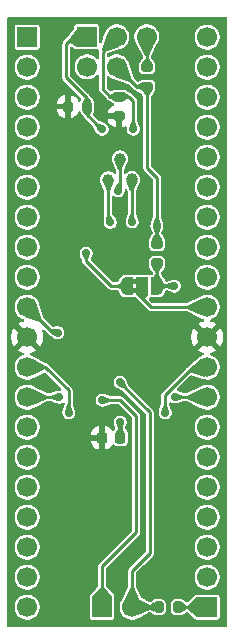
<source format=gbl>
G04 #@! TF.GenerationSoftware,KiCad,Pcbnew,9.0.7*
G04 #@! TF.CreationDate,2026-02-14T15:35:40+11:00*
G04 #@! TF.ProjectId,16BitFlashROM_Adaptor,31364269-7446-46c6-9173-68524f4d5f41,rev?*
G04 #@! TF.SameCoordinates,Original*
G04 #@! TF.FileFunction,Copper,L2,Bot*
G04 #@! TF.FilePolarity,Positive*
%FSLAX46Y46*%
G04 Gerber Fmt 4.6, Leading zero omitted, Abs format (unit mm)*
G04 Created by KiCad (PCBNEW 9.0.7) date 2026-02-14 15:35:40*
%MOMM*%
%LPD*%
G01*
G04 APERTURE LIST*
G04 Aperture macros list*
%AMRoundRect*
0 Rectangle with rounded corners*
0 $1 Rounding radius*
0 $2 $3 $4 $5 $6 $7 $8 $9 X,Y pos of 4 corners*
0 Add a 4 corners polygon primitive as box body*
4,1,4,$2,$3,$4,$5,$6,$7,$8,$9,$2,$3,0*
0 Add four circle primitives for the rounded corners*
1,1,$1+$1,$2,$3*
1,1,$1+$1,$4,$5*
1,1,$1+$1,$6,$7*
1,1,$1+$1,$8,$9*
0 Add four rect primitives between the rounded corners*
20,1,$1+$1,$2,$3,$4,$5,0*
20,1,$1+$1,$4,$5,$6,$7,0*
20,1,$1+$1,$6,$7,$8,$9,0*
20,1,$1+$1,$8,$9,$2,$3,0*%
%AMFreePoly0*
4,1,23,0.550000,-0.750000,0.000000,-0.750000,0.000000,-0.745722,-0.065263,-0.745722,-0.191342,-0.711940,-0.304381,-0.646677,-0.396677,-0.554381,-0.461940,-0.441342,-0.495722,-0.315263,-0.495722,-0.250000,-0.500000,-0.250000,-0.500000,0.250000,-0.495722,0.250000,-0.495722,0.315263,-0.461940,0.441342,-0.396677,0.554381,-0.304381,0.646677,-0.191342,0.711940,-0.065263,0.745722,0.000000,0.745722,
0.000000,0.750000,0.550000,0.750000,0.550000,-0.750000,0.550000,-0.750000,$1*%
%AMFreePoly1*
4,1,23,0.000000,0.745722,0.065263,0.745722,0.191342,0.711940,0.304381,0.646677,0.396677,0.554381,0.461940,0.441342,0.495722,0.315263,0.495722,0.250000,0.500000,0.250000,0.500000,-0.250000,0.495722,-0.250000,0.495722,-0.315263,0.461940,-0.441342,0.396677,-0.554381,0.304381,-0.646677,0.191342,-0.711940,0.065263,-0.745722,0.000000,-0.745722,0.000000,-0.750000,-0.550000,-0.750000,
-0.550000,0.750000,0.000000,0.750000,0.000000,0.745722,0.000000,0.745722,$1*%
G04 Aperture macros list end*
G04 #@! TA.AperFunction,EtchedComponent*
%ADD10C,0.000000*%
G04 #@! TD*
G04 #@! TA.AperFunction,ComponentPad*
%ADD11R,1.700000X1.700000*%
G04 #@! TD*
G04 #@! TA.AperFunction,ComponentPad*
%ADD12C,1.700000*%
G04 #@! TD*
G04 #@! TA.AperFunction,SMDPad,CuDef*
%ADD13C,1.000000*%
G04 #@! TD*
G04 #@! TA.AperFunction,SMDPad,CuDef*
%ADD14RoundRect,0.200000X-0.275000X0.200000X-0.275000X-0.200000X0.275000X-0.200000X0.275000X0.200000X0*%
G04 #@! TD*
G04 #@! TA.AperFunction,SMDPad,CuDef*
%ADD15FreePoly0,0.000000*%
G04 #@! TD*
G04 #@! TA.AperFunction,SMDPad,CuDef*
%ADD16R,1.000000X1.500000*%
G04 #@! TD*
G04 #@! TA.AperFunction,SMDPad,CuDef*
%ADD17FreePoly1,0.000000*%
G04 #@! TD*
G04 #@! TA.AperFunction,SMDPad,CuDef*
%ADD18RoundRect,0.200000X0.200000X0.275000X-0.200000X0.275000X-0.200000X-0.275000X0.200000X-0.275000X0*%
G04 #@! TD*
G04 #@! TA.AperFunction,SMDPad,CuDef*
%ADD19RoundRect,0.225000X-0.225000X-0.250000X0.225000X-0.250000X0.225000X0.250000X-0.225000X0.250000X0*%
G04 #@! TD*
G04 #@! TA.AperFunction,SMDPad,CuDef*
%ADD20RoundRect,0.200000X-0.200000X-0.275000X0.200000X-0.275000X0.200000X0.275000X-0.200000X0.275000X0*%
G04 #@! TD*
G04 #@! TA.AperFunction,SMDPad,CuDef*
%ADD21RoundRect,0.200000X0.275000X-0.200000X0.275000X0.200000X-0.275000X0.200000X-0.275000X-0.200000X0*%
G04 #@! TD*
G04 #@! TA.AperFunction,ViaPad*
%ADD22C,0.700000*%
G04 #@! TD*
G04 #@! TA.AperFunction,Conductor*
%ADD23C,0.250000*%
G04 #@! TD*
G04 APERTURE END LIST*
D10*
G04 #@! TA.AperFunction,EtchedComponent*
G36*
X149020000Y-109772500D02*
G01*
X148520000Y-109772500D01*
X148520000Y-109372500D01*
X149020000Y-109372500D01*
X149020000Y-109772500D01*
G37*
G04 #@! TD.AperFunction*
G04 #@! TA.AperFunction,EtchedComponent*
G36*
X149020000Y-110572500D02*
G01*
X148520000Y-110572500D01*
X148520000Y-110172500D01*
X149020000Y-110172500D01*
X149020000Y-110572500D01*
G37*
G04 #@! TD.AperFunction*
D11*
X144740000Y-88860000D03*
D12*
X147280000Y-88860000D03*
X149820000Y-88860000D03*
X144780000Y-91400000D03*
X147280000Y-91400000D03*
D11*
X146045000Y-137160000D03*
D12*
X148585000Y-137160000D03*
D13*
X147560000Y-99190000D03*
D11*
X139700000Y-88900000D03*
D12*
X139700000Y-91440000D03*
X139700000Y-93980000D03*
X139700000Y-96520000D03*
X139700000Y-99060000D03*
X139700000Y-101600000D03*
X139700000Y-104140000D03*
X139700000Y-106680000D03*
X139700000Y-109220000D03*
X139700000Y-111760000D03*
X139700000Y-114300000D03*
X139700000Y-116840000D03*
X139700000Y-119380000D03*
X139700000Y-121920000D03*
X139700000Y-124460000D03*
X139700000Y-127000000D03*
X139700000Y-129540000D03*
X139700000Y-132080000D03*
X139700000Y-134620000D03*
X139700000Y-137160000D03*
D14*
X150695000Y-106382500D03*
X150695000Y-108032500D03*
D15*
X148120000Y-109972500D03*
D16*
X149420000Y-109972500D03*
D17*
X150720000Y-109972500D03*
D14*
X149860000Y-91440000D03*
X149860000Y-93090000D03*
D18*
X152475000Y-137160000D03*
X150825000Y-137160000D03*
D19*
X146040000Y-122820000D03*
X147590000Y-122820000D03*
D11*
X154940000Y-137160000D03*
D12*
X154940000Y-134620000D03*
X154940000Y-132080000D03*
X154940000Y-129540000D03*
X154940000Y-127000000D03*
X154940000Y-124460000D03*
X154940000Y-121920000D03*
X154940000Y-119380000D03*
X154940000Y-116840000D03*
X154940000Y-114300000D03*
X154940000Y-111760000D03*
X154940000Y-109220000D03*
X154940000Y-106680000D03*
X154940000Y-104140000D03*
X154940000Y-101600000D03*
X154940000Y-99060000D03*
X154940000Y-96520000D03*
X154940000Y-93980000D03*
X154940000Y-91440000D03*
X154940000Y-88900000D03*
D20*
X143130000Y-94775000D03*
X144780000Y-94775000D03*
D13*
X146570000Y-100970000D03*
D21*
X147500000Y-95600000D03*
X147500000Y-93950000D03*
D13*
X148570000Y-100950000D03*
D22*
X152800000Y-133920000D03*
X142570000Y-121300000D03*
X148710000Y-117610000D03*
X151160000Y-96610000D03*
X142660000Y-105010000D03*
X152320000Y-108260000D03*
X151570000Y-98690000D03*
X141900000Y-92300000D03*
X146340000Y-129360000D03*
X152500000Y-90300000D03*
X148980000Y-105740000D03*
X141869313Y-88000000D03*
X147340000Y-130620000D03*
X146100000Y-95500000D03*
X143280000Y-130350000D03*
X144870000Y-121320000D03*
X151330000Y-130300000D03*
X151290000Y-117660000D03*
X148245000Y-129380000D03*
X146860000Y-106630000D03*
X143090000Y-98720000D03*
X142140000Y-112620000D03*
X151730000Y-124560000D03*
X142790000Y-124560000D03*
X146830000Y-111720000D03*
X152070000Y-121300000D03*
X141900000Y-94700000D03*
X153200000Y-91700000D03*
X142300000Y-113920000D03*
X143226585Y-120684451D03*
X144690000Y-107210000D03*
X151385248Y-120715947D03*
X152220000Y-119360000D03*
X142420000Y-119380000D03*
X152160000Y-109972500D03*
X148590000Y-104550000D03*
X147395000Y-101890000D03*
X147590000Y-121500000D03*
X150695000Y-104892500D03*
X146070000Y-119640000D03*
X148700000Y-96700000D03*
X147570000Y-118130000D03*
X146040000Y-96700000D03*
X146745000Y-104580000D03*
D23*
X149420000Y-110972500D02*
X150207500Y-111760000D01*
X149420000Y-109972500D02*
X149420000Y-110972500D01*
X150207500Y-111760000D02*
X154940000Y-111760000D01*
X141860000Y-113920000D02*
X139700000Y-111760000D01*
X142300000Y-113920000D02*
X141860000Y-113920000D01*
X141250000Y-116830000D02*
X139710000Y-116830000D01*
X139710000Y-116830000D02*
X139700000Y-116840000D01*
X143226585Y-120684451D02*
X143226585Y-118806585D01*
X143226585Y-118806585D02*
X141250000Y-116830000D01*
X144690000Y-107210000D02*
X144690000Y-107820000D01*
X144690000Y-107820000D02*
X146842500Y-109972500D01*
X146842500Y-109972500D02*
X148120000Y-109972500D01*
X151385248Y-119192671D02*
X153737919Y-116840000D01*
X153737919Y-116840000D02*
X154940000Y-116840000D01*
X151385248Y-120715947D02*
X151385248Y-119192671D01*
X152240000Y-119380000D02*
X154940000Y-119380000D01*
X152220000Y-119360000D02*
X152240000Y-119380000D01*
X142420000Y-119380000D02*
X139700000Y-119380000D01*
X150695000Y-108032500D02*
X150695000Y-108047500D01*
X150720000Y-109972500D02*
X152160000Y-109972500D01*
X150695000Y-109947500D02*
X150720000Y-109972500D01*
X150695000Y-108032500D02*
X150695000Y-109947500D01*
X148590000Y-104550000D02*
X148570000Y-104530000D01*
X148570000Y-104530000D02*
X148570000Y-100950000D01*
X147560000Y-101725000D02*
X147560000Y-99190000D01*
X147395000Y-101890000D02*
X147560000Y-101725000D01*
X147320000Y-91440000D02*
X148970000Y-93090000D01*
X152475000Y-137160000D02*
X154940000Y-137160000D01*
X150695000Y-104892500D02*
X150695000Y-106382500D01*
X150695000Y-104892500D02*
X150695000Y-100795000D01*
X150695000Y-100795000D02*
X149866224Y-99966224D01*
X148970000Y-93090000D02*
X149860000Y-93090000D01*
X149866224Y-93096224D02*
X149860000Y-93090000D01*
X149866224Y-99966224D02*
X149866224Y-93096224D01*
X147590000Y-121500000D02*
X147590000Y-122820000D01*
X146045000Y-137160000D02*
X146045000Y-133715000D01*
X146045000Y-133715000D02*
X148940000Y-130820000D01*
X148940000Y-121010000D02*
X147570000Y-119640000D01*
X147570000Y-119640000D02*
X146070000Y-119640000D01*
X148940000Y-130820000D02*
X148940000Y-121010000D01*
X148520000Y-96700000D02*
X148700000Y-96520000D01*
X148700000Y-96700000D02*
X148520000Y-96700000D01*
X148700000Y-94300000D02*
X148350000Y-93950000D01*
X148700000Y-96520000D02*
X148700000Y-94300000D01*
X146750000Y-93950000D02*
X146100000Y-93300000D01*
X146100000Y-93300000D02*
X146100000Y-90120000D01*
X148350000Y-93950000D02*
X147500000Y-93950000D01*
X147500000Y-93950000D02*
X146750000Y-93950000D01*
X146100000Y-90120000D02*
X147320000Y-88900000D01*
X150825000Y-137160000D02*
X148585000Y-137160000D01*
X150080000Y-120660000D02*
X150080000Y-132620000D01*
X147570000Y-118150000D02*
X150080000Y-120660000D01*
X147570000Y-118130000D02*
X147570000Y-118150000D01*
X150080000Y-132620000D02*
X148585000Y-134115000D01*
X148585000Y-134115000D02*
X148585000Y-137160000D01*
X149860000Y-88900000D02*
X149860000Y-91440000D01*
X143600000Y-88900000D02*
X144780000Y-88900000D01*
X143000000Y-89500000D02*
X143600000Y-88900000D01*
X144800000Y-95500000D02*
X144800000Y-94795000D01*
X143000000Y-92300000D02*
X143000000Y-89500000D01*
X146040000Y-96700000D02*
X146000000Y-96700000D01*
X144780000Y-94080000D02*
X143000000Y-92300000D01*
X144800000Y-94795000D02*
X144780000Y-94775000D01*
X146000000Y-96700000D02*
X144800000Y-95500000D01*
X144780000Y-94775000D02*
X144780000Y-94080000D01*
X146570000Y-104405000D02*
X146570000Y-100970000D01*
X146745000Y-104580000D02*
X146570000Y-104405000D01*
G04 #@! TA.AperFunction,Conductor*
G36*
X156582539Y-87220185D02*
G01*
X156628294Y-87272989D01*
X156639500Y-87324500D01*
X156639500Y-138735500D01*
X156619815Y-138802539D01*
X156567011Y-138848294D01*
X156515500Y-138859500D01*
X138124500Y-138859500D01*
X138057461Y-138839815D01*
X138011706Y-138787011D01*
X138000500Y-138735500D01*
X138000500Y-137056530D01*
X138649500Y-137056530D01*
X138649500Y-137263469D01*
X138689868Y-137466412D01*
X138689870Y-137466420D01*
X138769058Y-137657596D01*
X138884024Y-137829657D01*
X139030342Y-137975975D01*
X139030345Y-137975977D01*
X139202402Y-138090941D01*
X139393580Y-138170130D01*
X139538052Y-138198867D01*
X139596530Y-138210499D01*
X139596534Y-138210500D01*
X139596535Y-138210500D01*
X139803466Y-138210500D01*
X139803467Y-138210499D01*
X140006420Y-138170130D01*
X140197598Y-138090941D01*
X140369655Y-137975977D01*
X140515977Y-137829655D01*
X140630941Y-137657598D01*
X140710130Y-137466420D01*
X140750500Y-137263465D01*
X140750500Y-137056535D01*
X140710130Y-136853580D01*
X140630941Y-136662402D01*
X140515977Y-136490345D01*
X140515975Y-136490342D01*
X140369657Y-136344024D01*
X140310579Y-136304550D01*
X144993969Y-136304550D01*
X144994500Y-136310861D01*
X144994500Y-138029752D01*
X145006131Y-138088229D01*
X145006132Y-138088230D01*
X145050447Y-138154552D01*
X145116769Y-138198867D01*
X145116770Y-138198868D01*
X145175247Y-138210499D01*
X145175250Y-138210500D01*
X145175252Y-138210500D01*
X146914750Y-138210500D01*
X146914751Y-138210499D01*
X146929568Y-138207552D01*
X146973229Y-138198868D01*
X146973229Y-138198867D01*
X146973231Y-138198867D01*
X147039552Y-138154552D01*
X147083867Y-138088231D01*
X147083867Y-138088229D01*
X147083868Y-138088229D01*
X147095499Y-138029752D01*
X147095500Y-138029750D01*
X147095500Y-136290249D01*
X147095499Y-136290247D01*
X147083868Y-136231770D01*
X147083867Y-136231769D01*
X147061430Y-136198191D01*
X147056305Y-136189821D01*
X147044341Y-136168422D01*
X147044339Y-136168419D01*
X147044337Y-136168416D01*
X146400157Y-135413171D01*
X146371628Y-135349391D01*
X146370500Y-135332702D01*
X146370500Y-133901189D01*
X146390185Y-133834150D01*
X146406819Y-133813508D01*
X147786516Y-132433811D01*
X149200465Y-131019862D01*
X149243318Y-130945639D01*
X149265500Y-130862853D01*
X149265500Y-130777147D01*
X149265500Y-121062855D01*
X149265501Y-121062842D01*
X149265501Y-120967149D01*
X149260772Y-120949500D01*
X149243318Y-120884362D01*
X149234738Y-120869500D01*
X149222618Y-120848507D01*
X149222618Y-120848508D01*
X149200465Y-120810138D01*
X149139862Y-120749535D01*
X149139861Y-120749534D01*
X149135531Y-120745204D01*
X149135520Y-120745194D01*
X147769864Y-119379537D01*
X147769863Y-119379536D01*
X147769862Y-119379535D01*
X147732750Y-119358108D01*
X147695640Y-119336682D01*
X147654246Y-119325591D01*
X147612853Y-119314500D01*
X147612852Y-119314500D01*
X146833477Y-119314500D01*
X146792592Y-119307566D01*
X146304011Y-119136932D01*
X146304011Y-119136931D01*
X146292993Y-119133083D01*
X146282485Y-119127016D01*
X146252988Y-119119112D01*
X146248638Y-119117593D01*
X146248631Y-119117591D01*
X146218702Y-119107139D01*
X146205299Y-119102967D01*
X146203644Y-119102513D01*
X146201285Y-119101881D01*
X146194199Y-119100838D01*
X146194201Y-119100822D01*
X146173154Y-119097720D01*
X146142476Y-119089500D01*
X146142475Y-119089500D01*
X145997525Y-119089500D01*
X145892682Y-119117593D01*
X145857511Y-119127017D01*
X145731988Y-119199488D01*
X145731982Y-119199493D01*
X145629493Y-119301982D01*
X145629488Y-119301988D01*
X145557017Y-119427511D01*
X145557016Y-119427515D01*
X145519500Y-119567525D01*
X145519500Y-119712475D01*
X145543089Y-119800509D01*
X145557017Y-119852488D01*
X145629488Y-119978011D01*
X145629490Y-119978013D01*
X145629491Y-119978015D01*
X145731985Y-120080509D01*
X145731986Y-120080510D01*
X145731988Y-120080511D01*
X145857511Y-120152982D01*
X145857512Y-120152982D01*
X145857515Y-120152984D01*
X145997525Y-120190500D01*
X145997528Y-120190500D01*
X146142474Y-120190500D01*
X146142475Y-120190500D01*
X146196851Y-120175929D01*
X146218709Y-120172858D01*
X146252961Y-120160894D01*
X146257409Y-120159703D01*
X146257410Y-120159703D01*
X146282478Y-120152986D01*
X146282478Y-120152985D01*
X146282485Y-120152984D01*
X146282894Y-120152748D01*
X146304016Y-120143065D01*
X146792590Y-119972434D01*
X146833474Y-119965500D01*
X147383811Y-119965500D01*
X147450850Y-119985185D01*
X147471492Y-120001819D01*
X148578181Y-121108507D01*
X148611666Y-121169830D01*
X148614500Y-121196188D01*
X148614500Y-130633811D01*
X148594815Y-130700850D01*
X148578181Y-130721492D01*
X145784537Y-133515135D01*
X145784533Y-133515141D01*
X145741681Y-133589361D01*
X145741682Y-133589362D01*
X145719500Y-133672147D01*
X145719500Y-135332702D01*
X145699815Y-135399741D01*
X145689847Y-135413166D01*
X145511083Y-135622750D01*
X145045656Y-136168422D01*
X145033895Y-136188508D01*
X145033894Y-136188510D01*
X145025798Y-136202337D01*
X145006133Y-136231769D01*
X144994500Y-136290252D01*
X144994500Y-136295517D01*
X144994041Y-136297726D01*
X144994500Y-136300437D01*
X144994500Y-136303006D01*
X144993969Y-136304550D01*
X140310579Y-136304550D01*
X140201655Y-136231770D01*
X140197598Y-136229059D01*
X140006420Y-136149870D01*
X140006412Y-136149868D01*
X139803469Y-136109500D01*
X139803465Y-136109500D01*
X139596535Y-136109500D01*
X139596530Y-136109500D01*
X139393587Y-136149868D01*
X139393579Y-136149870D01*
X139202403Y-136229058D01*
X139030342Y-136344024D01*
X138884024Y-136490342D01*
X138769058Y-136662403D01*
X138689870Y-136853579D01*
X138689868Y-136853587D01*
X138649500Y-137056530D01*
X138000500Y-137056530D01*
X138000500Y-134516530D01*
X138649500Y-134516530D01*
X138649500Y-134723469D01*
X138689868Y-134926412D01*
X138689870Y-134926420D01*
X138769058Y-135117596D01*
X138884024Y-135289657D01*
X139030342Y-135435975D01*
X139030345Y-135435977D01*
X139202402Y-135550941D01*
X139393580Y-135630130D01*
X139596530Y-135670499D01*
X139596534Y-135670500D01*
X139596535Y-135670500D01*
X139803466Y-135670500D01*
X139803467Y-135670499D01*
X140006420Y-135630130D01*
X140197598Y-135550941D01*
X140369655Y-135435977D01*
X140515977Y-135289655D01*
X140630941Y-135117598D01*
X140710130Y-134926420D01*
X140750500Y-134723465D01*
X140750500Y-134516535D01*
X140710130Y-134313580D01*
X140630941Y-134122402D01*
X140515977Y-133950345D01*
X140515975Y-133950342D01*
X140369657Y-133804024D01*
X140283626Y-133746541D01*
X140197598Y-133689059D01*
X140006420Y-133609870D01*
X140006412Y-133609868D01*
X139803469Y-133569500D01*
X139803465Y-133569500D01*
X139596535Y-133569500D01*
X139596530Y-133569500D01*
X139393587Y-133609868D01*
X139393579Y-133609870D01*
X139202403Y-133689058D01*
X139030342Y-133804024D01*
X138884024Y-133950342D01*
X138769058Y-134122403D01*
X138689870Y-134313579D01*
X138689868Y-134313587D01*
X138649500Y-134516530D01*
X138000500Y-134516530D01*
X138000500Y-131976530D01*
X138649500Y-131976530D01*
X138649500Y-132183469D01*
X138689868Y-132386412D01*
X138689870Y-132386420D01*
X138769059Y-132577598D01*
X138826024Y-132662853D01*
X138884024Y-132749657D01*
X139030342Y-132895975D01*
X139030345Y-132895977D01*
X139202402Y-133010941D01*
X139393580Y-133090130D01*
X139596530Y-133130499D01*
X139596534Y-133130500D01*
X139596535Y-133130500D01*
X139803466Y-133130500D01*
X139803467Y-133130499D01*
X140006420Y-133090130D01*
X140197598Y-133010941D01*
X140369655Y-132895977D01*
X140515977Y-132749655D01*
X140630941Y-132577598D01*
X140710130Y-132386420D01*
X140750500Y-132183465D01*
X140750500Y-131976535D01*
X140710130Y-131773580D01*
X140630941Y-131582402D01*
X140515977Y-131410345D01*
X140515975Y-131410342D01*
X140369657Y-131264024D01*
X140283626Y-131206541D01*
X140197598Y-131149059D01*
X140006420Y-131069870D01*
X140006412Y-131069868D01*
X139803469Y-131029500D01*
X139803465Y-131029500D01*
X139596535Y-131029500D01*
X139596530Y-131029500D01*
X139393587Y-131069868D01*
X139393579Y-131069870D01*
X139202403Y-131149058D01*
X139030342Y-131264024D01*
X138884024Y-131410342D01*
X138769058Y-131582403D01*
X138689870Y-131773579D01*
X138689868Y-131773587D01*
X138649500Y-131976530D01*
X138000500Y-131976530D01*
X138000500Y-129436530D01*
X138649500Y-129436530D01*
X138649500Y-129643469D01*
X138689868Y-129846412D01*
X138689870Y-129846420D01*
X138769058Y-130037596D01*
X138884024Y-130209657D01*
X139030342Y-130355975D01*
X139030345Y-130355977D01*
X139202402Y-130470941D01*
X139393580Y-130550130D01*
X139596530Y-130590499D01*
X139596534Y-130590500D01*
X139596535Y-130590500D01*
X139803466Y-130590500D01*
X139803467Y-130590499D01*
X140006420Y-130550130D01*
X140197598Y-130470941D01*
X140369655Y-130355977D01*
X140515977Y-130209655D01*
X140630941Y-130037598D01*
X140710130Y-129846420D01*
X140750500Y-129643465D01*
X140750500Y-129436535D01*
X140710130Y-129233580D01*
X140630941Y-129042402D01*
X140515977Y-128870345D01*
X140515975Y-128870342D01*
X140369657Y-128724024D01*
X140283626Y-128666541D01*
X140197598Y-128609059D01*
X140006420Y-128529870D01*
X140006412Y-128529868D01*
X139803469Y-128489500D01*
X139803465Y-128489500D01*
X139596535Y-128489500D01*
X139596530Y-128489500D01*
X139393587Y-128529868D01*
X139393579Y-128529870D01*
X139202403Y-128609058D01*
X139030342Y-128724024D01*
X138884024Y-128870342D01*
X138769058Y-129042403D01*
X138689870Y-129233579D01*
X138689868Y-129233587D01*
X138649500Y-129436530D01*
X138000500Y-129436530D01*
X138000500Y-126896530D01*
X138649500Y-126896530D01*
X138649500Y-127103469D01*
X138689868Y-127306412D01*
X138689870Y-127306420D01*
X138769058Y-127497596D01*
X138884024Y-127669657D01*
X139030342Y-127815975D01*
X139030345Y-127815977D01*
X139202402Y-127930941D01*
X139393580Y-128010130D01*
X139596530Y-128050499D01*
X139596534Y-128050500D01*
X139596535Y-128050500D01*
X139803466Y-128050500D01*
X139803467Y-128050499D01*
X140006420Y-128010130D01*
X140197598Y-127930941D01*
X140369655Y-127815977D01*
X140515977Y-127669655D01*
X140630941Y-127497598D01*
X140710130Y-127306420D01*
X140750500Y-127103465D01*
X140750500Y-126896535D01*
X140710130Y-126693580D01*
X140630941Y-126502402D01*
X140515977Y-126330345D01*
X140515975Y-126330342D01*
X140369657Y-126184024D01*
X140283626Y-126126541D01*
X140197598Y-126069059D01*
X140006420Y-125989870D01*
X140006412Y-125989868D01*
X139803469Y-125949500D01*
X139803465Y-125949500D01*
X139596535Y-125949500D01*
X139596530Y-125949500D01*
X139393587Y-125989868D01*
X139393579Y-125989870D01*
X139202403Y-126069058D01*
X139030342Y-126184024D01*
X138884024Y-126330342D01*
X138769058Y-126502403D01*
X138689870Y-126693579D01*
X138689868Y-126693587D01*
X138649500Y-126896530D01*
X138000500Y-126896530D01*
X138000500Y-124356530D01*
X138649500Y-124356530D01*
X138649500Y-124563469D01*
X138689868Y-124766412D01*
X138689870Y-124766420D01*
X138769058Y-124957596D01*
X138884024Y-125129657D01*
X139030342Y-125275975D01*
X139030345Y-125275977D01*
X139202402Y-125390941D01*
X139393580Y-125470130D01*
X139596530Y-125510499D01*
X139596534Y-125510500D01*
X139596535Y-125510500D01*
X139803466Y-125510500D01*
X139803467Y-125510499D01*
X140006420Y-125470130D01*
X140197598Y-125390941D01*
X140369655Y-125275977D01*
X140515977Y-125129655D01*
X140630941Y-124957598D01*
X140710130Y-124766420D01*
X140750500Y-124563465D01*
X140750500Y-124356535D01*
X140710130Y-124153580D01*
X140630941Y-123962402D01*
X140515977Y-123790345D01*
X140515975Y-123790342D01*
X140369657Y-123644024D01*
X140283626Y-123586541D01*
X140197598Y-123529059D01*
X140182323Y-123522732D01*
X140006420Y-123449870D01*
X140006412Y-123449868D01*
X139803469Y-123409500D01*
X139803465Y-123409500D01*
X139596535Y-123409500D01*
X139596530Y-123409500D01*
X139393587Y-123449868D01*
X139393579Y-123449870D01*
X139202403Y-123529058D01*
X139030342Y-123644024D01*
X138884024Y-123790342D01*
X138769058Y-123962403D01*
X138689870Y-124153579D01*
X138689868Y-124153587D01*
X138649500Y-124356530D01*
X138000500Y-124356530D01*
X138000500Y-123118322D01*
X145090001Y-123118322D01*
X145100144Y-123217607D01*
X145153452Y-123378481D01*
X145153457Y-123378492D01*
X145242424Y-123522728D01*
X145242427Y-123522732D01*
X145362267Y-123642572D01*
X145362271Y-123642575D01*
X145506507Y-123731542D01*
X145506518Y-123731547D01*
X145667393Y-123784855D01*
X145766683Y-123794999D01*
X145790000Y-123794998D01*
X145790000Y-123070000D01*
X145090001Y-123070000D01*
X145090001Y-123118322D01*
X138000500Y-123118322D01*
X138000500Y-121816530D01*
X138649500Y-121816530D01*
X138649500Y-122023469D01*
X138688493Y-122219498D01*
X138689870Y-122226420D01*
X138769059Y-122417598D01*
X138826541Y-122503626D01*
X138884024Y-122589657D01*
X139030342Y-122735975D01*
X139030345Y-122735977D01*
X139202402Y-122850941D01*
X139393580Y-122930130D01*
X139596530Y-122970499D01*
X139596534Y-122970500D01*
X139596535Y-122970500D01*
X139803466Y-122970500D01*
X139803467Y-122970499D01*
X140006420Y-122930130D01*
X140197598Y-122850941D01*
X140369655Y-122735977D01*
X140515977Y-122589655D01*
X140561398Y-122521677D01*
X145090000Y-122521677D01*
X145090000Y-122570000D01*
X145790000Y-122570000D01*
X145790000Y-121845000D01*
X146290000Y-121845000D01*
X146290000Y-123794999D01*
X146313308Y-123794999D01*
X146313322Y-123794998D01*
X146412607Y-123784855D01*
X146573481Y-123731547D01*
X146573492Y-123731542D01*
X146717728Y-123642575D01*
X146717732Y-123642572D01*
X146837573Y-123522731D01*
X146899606Y-123422160D01*
X146951554Y-123375435D01*
X147020516Y-123364212D01*
X147084599Y-123392056D01*
X147092826Y-123399575D01*
X147111774Y-123418523D01*
X147111778Y-123418526D01*
X147111780Y-123418528D01*
X147231874Y-123479719D01*
X147231876Y-123479719D01*
X147231878Y-123479720D01*
X147331507Y-123495500D01*
X147331512Y-123495500D01*
X147848493Y-123495500D01*
X147948121Y-123479720D01*
X147948121Y-123479719D01*
X147948126Y-123479719D01*
X148068220Y-123418528D01*
X148163528Y-123323220D01*
X148224719Y-123203126D01*
X148238151Y-123118322D01*
X148240500Y-123103493D01*
X148240500Y-122536506D01*
X148224720Y-122436877D01*
X148224719Y-122436875D01*
X148224719Y-122436874D01*
X148212094Y-122412097D01*
X148203596Y-122390714D01*
X148200463Y-122380034D01*
X148063089Y-122117266D01*
X148025708Y-122045764D01*
X148019353Y-122013780D01*
X148011754Y-121982068D01*
X148012398Y-121978772D01*
X148012093Y-121977234D01*
X148018531Y-121947431D01*
X148093068Y-121734008D01*
X148102744Y-121712899D01*
X148102984Y-121712485D01*
X148109703Y-121687406D01*
X148112414Y-121678611D01*
X148122852Y-121648725D01*
X148122858Y-121648709D01*
X148127037Y-121635284D01*
X148127460Y-121633741D01*
X148128117Y-121631285D01*
X148128117Y-121631281D01*
X148128118Y-121631278D01*
X148129158Y-121624209D01*
X148129176Y-121624211D01*
X148132277Y-121603161D01*
X148140500Y-121572475D01*
X148140500Y-121427525D01*
X148102984Y-121287515D01*
X148090820Y-121266447D01*
X148030511Y-121161988D01*
X148030506Y-121161982D01*
X147928017Y-121059493D01*
X147928011Y-121059488D01*
X147802488Y-120987017D01*
X147802489Y-120987017D01*
X147791006Y-120983940D01*
X147662475Y-120949500D01*
X147517525Y-120949500D01*
X147388993Y-120983940D01*
X147377511Y-120987017D01*
X147251988Y-121059488D01*
X147251982Y-121059493D01*
X147149493Y-121161982D01*
X147149488Y-121161988D01*
X147077017Y-121287511D01*
X147077016Y-121287515D01*
X147039500Y-121427525D01*
X147039500Y-121427527D01*
X147039500Y-121572476D01*
X147052105Y-121619521D01*
X147052106Y-121619521D01*
X147054068Y-121626843D01*
X147057141Y-121648709D01*
X147069110Y-121682981D01*
X147077015Y-121712481D01*
X147077017Y-121712488D01*
X147077258Y-121712905D01*
X147086930Y-121734008D01*
X147161467Y-121947430D01*
X147163110Y-121980001D01*
X147166024Y-122012478D01*
X147164907Y-122015643D01*
X147164987Y-122017211D01*
X147154290Y-122045764D01*
X147154290Y-122045765D01*
X147089754Y-122169208D01*
X147041250Y-122219498D01*
X146973256Y-122235582D01*
X146907361Y-122212352D01*
X146874326Y-122176855D01*
X146837571Y-122117266D01*
X146717732Y-121997427D01*
X146717728Y-121997424D01*
X146573492Y-121908457D01*
X146573481Y-121908452D01*
X146412606Y-121855144D01*
X146313322Y-121845000D01*
X146290000Y-121845000D01*
X145790000Y-121845000D01*
X145790000Y-121844999D01*
X145766693Y-121845000D01*
X145766674Y-121845001D01*
X145667392Y-121855144D01*
X145506518Y-121908452D01*
X145506507Y-121908457D01*
X145362271Y-121997424D01*
X145362267Y-121997427D01*
X145242427Y-122117267D01*
X145242424Y-122117271D01*
X145153457Y-122261507D01*
X145153452Y-122261518D01*
X145100144Y-122422393D01*
X145090000Y-122521677D01*
X140561398Y-122521677D01*
X140630941Y-122417598D01*
X140710130Y-122226420D01*
X140750500Y-122023465D01*
X140750500Y-121816535D01*
X140710130Y-121613580D01*
X140630941Y-121422402D01*
X140515977Y-121250345D01*
X140515975Y-121250342D01*
X140369657Y-121104024D01*
X140247589Y-121022462D01*
X140197598Y-120989059D01*
X140192668Y-120987017D01*
X140006420Y-120909870D01*
X140006412Y-120909868D01*
X139803469Y-120869500D01*
X139803465Y-120869500D01*
X139596535Y-120869500D01*
X139596530Y-120869500D01*
X139393587Y-120909868D01*
X139393579Y-120909870D01*
X139202403Y-120989058D01*
X139030342Y-121104024D01*
X138884024Y-121250342D01*
X138769058Y-121422403D01*
X138689870Y-121613579D01*
X138689868Y-121613587D01*
X138649500Y-121816530D01*
X138000500Y-121816530D01*
X138000500Y-114193753D01*
X138350000Y-114193753D01*
X138350000Y-114406246D01*
X138383242Y-114616127D01*
X138383242Y-114616130D01*
X138448904Y-114818217D01*
X138545375Y-115007550D01*
X138584728Y-115061716D01*
X139217037Y-114429408D01*
X139234075Y-114492993D01*
X139299901Y-114607007D01*
X139392993Y-114700099D01*
X139507007Y-114765925D01*
X139570590Y-114782962D01*
X138938282Y-115415269D01*
X138938282Y-115415270D01*
X138992449Y-115454624D01*
X139181782Y-115551095D01*
X139357973Y-115608343D01*
X139415648Y-115647780D01*
X139442847Y-115712139D01*
X139430932Y-115780985D01*
X139383688Y-115832461D01*
X139367108Y-115840835D01*
X139202403Y-115909057D01*
X139030342Y-116024024D01*
X138884024Y-116170342D01*
X138769058Y-116342403D01*
X138689870Y-116533579D01*
X138689868Y-116533587D01*
X138649500Y-116736530D01*
X138649500Y-116943469D01*
X138689868Y-117146412D01*
X138689870Y-117146420D01*
X138769058Y-117337596D01*
X138884024Y-117509657D01*
X139030342Y-117655975D01*
X139030345Y-117655977D01*
X139202402Y-117770941D01*
X139393580Y-117850130D01*
X139555145Y-117882267D01*
X139596530Y-117890499D01*
X139596534Y-117890500D01*
X139596535Y-117890500D01*
X139803466Y-117890500D01*
X139803467Y-117890499D01*
X140006420Y-117850130D01*
X140197598Y-117770941D01*
X140241543Y-117741577D01*
X140266813Y-117728606D01*
X140272219Y-117726574D01*
X140272231Y-117726571D01*
X141139959Y-117299192D01*
X141208794Y-117287232D01*
X141273171Y-117314385D01*
X141282425Y-117322752D01*
X142577492Y-118617819D01*
X142585905Y-118633227D01*
X142598377Y-118645588D01*
X142602303Y-118663257D01*
X142610977Y-118679142D01*
X142609724Y-118696655D01*
X142613533Y-118713794D01*
X142607284Y-118730779D01*
X142605993Y-118748834D01*
X142595471Y-118762889D01*
X142589409Y-118779367D01*
X142574966Y-118790279D01*
X142564121Y-118804767D01*
X142547562Y-118810985D01*
X142533663Y-118821487D01*
X142506264Y-118826493D01*
X142499209Y-118829143D01*
X142492925Y-118829620D01*
X142492475Y-118829500D01*
X142347525Y-118829500D01*
X142293155Y-118844068D01*
X142281744Y-118845671D01*
X142281728Y-118845673D01*
X142271299Y-118847139D01*
X142271285Y-118847142D01*
X142241356Y-118857593D01*
X142241357Y-118857594D01*
X142237010Y-118859111D01*
X142207515Y-118867016D01*
X142196999Y-118873086D01*
X142185991Y-118876931D01*
X142185989Y-118876931D01*
X141697407Y-119047566D01*
X141656522Y-119054500D01*
X141469093Y-119054500D01*
X141415415Y-119042279D01*
X140270344Y-118492396D01*
X140265680Y-118490602D01*
X140266032Y-118489686D01*
X140240524Y-118477741D01*
X140225962Y-118468011D01*
X140197598Y-118449059D01*
X140165356Y-118435704D01*
X140006420Y-118369870D01*
X140006412Y-118369868D01*
X139803469Y-118329500D01*
X139803465Y-118329500D01*
X139596535Y-118329500D01*
X139596530Y-118329500D01*
X139393587Y-118369868D01*
X139393579Y-118369870D01*
X139202403Y-118449058D01*
X139030342Y-118564024D01*
X138884024Y-118710342D01*
X138769058Y-118882403D01*
X138689870Y-119073579D01*
X138689868Y-119073587D01*
X138649500Y-119276530D01*
X138649500Y-119483469D01*
X138689868Y-119686412D01*
X138689870Y-119686420D01*
X138758995Y-119853303D01*
X138769059Y-119877598D01*
X138798913Y-119922278D01*
X138884024Y-120049657D01*
X139030342Y-120195975D01*
X139030345Y-120195977D01*
X139202402Y-120310941D01*
X139393580Y-120390130D01*
X139596530Y-120430499D01*
X139596534Y-120430500D01*
X139596535Y-120430500D01*
X139803466Y-120430500D01*
X139803467Y-120430499D01*
X140006420Y-120390130D01*
X140197598Y-120310941D01*
X140240588Y-120282215D01*
X140267022Y-120268812D01*
X140270324Y-120267608D01*
X140270337Y-120267605D01*
X141415414Y-119717720D01*
X141427094Y-119715061D01*
X141434157Y-119710523D01*
X141469092Y-119705500D01*
X141656526Y-119705500D01*
X141697410Y-119712434D01*
X142100766Y-119853303D01*
X142157119Y-119872984D01*
X142185982Y-119883064D01*
X142207104Y-119892746D01*
X142207515Y-119892984D01*
X142232581Y-119899700D01*
X142241376Y-119902410D01*
X142271290Y-119912858D01*
X142276896Y-119914603D01*
X142284711Y-119917036D01*
X142284715Y-119917037D01*
X142286258Y-119917460D01*
X142288714Y-119918117D01*
X142288716Y-119918117D01*
X142288720Y-119918118D01*
X142295790Y-119919158D01*
X142295787Y-119919176D01*
X142316837Y-119922277D01*
X142347525Y-119930500D01*
X142347528Y-119930500D01*
X142492472Y-119930500D01*
X142492475Y-119930500D01*
X142632485Y-119892984D01*
X142701215Y-119853302D01*
X142769113Y-119836830D01*
X142835140Y-119859682D01*
X142878331Y-119914603D01*
X142884973Y-119984156D01*
X142880280Y-120001575D01*
X142723515Y-120450442D01*
X142719667Y-120461458D01*
X142713601Y-120471966D01*
X142705699Y-120501453D01*
X142704183Y-120505795D01*
X142693725Y-120535741D01*
X142689518Y-120549270D01*
X142689079Y-120550871D01*
X142688466Y-120553165D01*
X142687425Y-120560246D01*
X142687408Y-120560243D01*
X142684305Y-120581294D01*
X142676085Y-120611974D01*
X142676085Y-120611975D01*
X142676085Y-120611976D01*
X142676085Y-120756926D01*
X142710230Y-120884355D01*
X142713602Y-120896939D01*
X142786073Y-121022462D01*
X142786075Y-121022464D01*
X142786076Y-121022466D01*
X142888570Y-121124960D01*
X142888571Y-121124961D01*
X142888573Y-121124962D01*
X143014096Y-121197433D01*
X143014097Y-121197433D01*
X143014100Y-121197435D01*
X143154110Y-121234951D01*
X143154113Y-121234951D01*
X143299057Y-121234951D01*
X143299060Y-121234951D01*
X143439070Y-121197435D01*
X143564600Y-121124960D01*
X143667094Y-121022466D01*
X143739569Y-120896936D01*
X143777085Y-120756926D01*
X143777085Y-120611976D01*
X143777084Y-120611974D01*
X143765141Y-120567403D01*
X143762514Y-120557600D01*
X143759443Y-120535741D01*
X143747476Y-120501476D01*
X143739569Y-120471966D01*
X143739330Y-120471553D01*
X143729650Y-120450435D01*
X143708589Y-120390131D01*
X143563085Y-119973501D01*
X143559019Y-119961859D01*
X143552085Y-119920975D01*
X143552085Y-118763734D01*
X143552085Y-118763732D01*
X143529903Y-118680947D01*
X143528861Y-118679142D01*
X143487054Y-118606729D01*
X143487048Y-118606721D01*
X142937852Y-118057525D01*
X147019500Y-118057525D01*
X147019500Y-118202475D01*
X147053537Y-118329500D01*
X147057017Y-118342488D01*
X147129488Y-118468011D01*
X147129490Y-118468013D01*
X147129491Y-118468015D01*
X147231985Y-118570509D01*
X147276294Y-118596091D01*
X147294261Y-118610210D01*
X147347955Y-118637464D01*
X147350845Y-118639133D01*
X147350850Y-118639136D01*
X147357511Y-118642982D01*
X147357512Y-118642982D01*
X147357515Y-118642984D01*
X147357517Y-118642984D01*
X147360237Y-118644111D01*
X147368906Y-118648099D01*
X147836408Y-118885401D01*
X147867963Y-118908290D01*
X149718181Y-120758508D01*
X149751666Y-120819831D01*
X149754500Y-120846189D01*
X149754500Y-132433811D01*
X149734815Y-132500850D01*
X149718181Y-132521492D01*
X148324537Y-133915135D01*
X148324533Y-133915141D01*
X148281681Y-133989361D01*
X148281682Y-133989362D01*
X148259500Y-134072147D01*
X148259500Y-135390907D01*
X148247279Y-135444585D01*
X147697394Y-136589660D01*
X147695601Y-136594322D01*
X147694700Y-136593975D01*
X147682743Y-136619471D01*
X147654057Y-136662405D01*
X147574870Y-136853579D01*
X147574868Y-136853587D01*
X147534500Y-137056530D01*
X147534500Y-137263469D01*
X147574868Y-137466412D01*
X147574870Y-137466420D01*
X147654058Y-137657596D01*
X147769024Y-137829657D01*
X147915342Y-137975975D01*
X147915345Y-137975977D01*
X148087402Y-138090941D01*
X148278580Y-138170130D01*
X148423052Y-138198867D01*
X148481530Y-138210499D01*
X148481534Y-138210500D01*
X148481535Y-138210500D01*
X148688466Y-138210500D01*
X148688467Y-138210499D01*
X148891420Y-138170130D01*
X149082598Y-138090941D01*
X149125588Y-138062215D01*
X149152022Y-138048812D01*
X149155321Y-138047609D01*
X149155337Y-138047605D01*
X150058859Y-137613718D01*
X150067730Y-137612267D01*
X150075195Y-137607254D01*
X150101670Y-137606716D01*
X150127810Y-137602442D01*
X150137906Y-137605981D01*
X150145050Y-137605837D01*
X150177445Y-137619844D01*
X150336173Y-137717363D01*
X150358939Y-137735331D01*
X150386658Y-137763050D01*
X150499694Y-137820645D01*
X150499698Y-137820647D01*
X150593475Y-137835499D01*
X150593481Y-137835500D01*
X151056518Y-137835499D01*
X151150304Y-137820646D01*
X151263342Y-137763050D01*
X151353050Y-137673342D01*
X151410646Y-137560304D01*
X151410646Y-137560302D01*
X151410647Y-137560301D01*
X151425499Y-137466524D01*
X151425500Y-137466519D01*
X151425499Y-136853482D01*
X151425498Y-136853475D01*
X151874500Y-136853475D01*
X151874500Y-137466517D01*
X151885292Y-137534657D01*
X151889354Y-137560304D01*
X151946950Y-137673342D01*
X151946952Y-137673344D01*
X151946954Y-137673347D01*
X152036652Y-137763045D01*
X152036654Y-137763046D01*
X152036658Y-137763050D01*
X152149694Y-137820645D01*
X152149698Y-137820647D01*
X152243475Y-137835499D01*
X152243481Y-137835500D01*
X152706518Y-137835499D01*
X152800304Y-137820646D01*
X152913342Y-137763050D01*
X152941061Y-137735330D01*
X152963826Y-137717362D01*
X153158150Y-137597974D01*
X153225574Y-137579653D01*
X153292201Y-137600693D01*
X153303529Y-137609285D01*
X153360172Y-137657598D01*
X153948422Y-138159341D01*
X153982351Y-138179210D01*
X154011769Y-138198867D01*
X154070252Y-138210500D01*
X154075524Y-138210500D01*
X154077726Y-138210958D01*
X154080431Y-138210500D01*
X154083004Y-138210500D01*
X154084545Y-138211030D01*
X154090856Y-138210500D01*
X155809750Y-138210500D01*
X155809751Y-138210499D01*
X155824568Y-138207552D01*
X155868229Y-138198868D01*
X155868229Y-138198867D01*
X155868231Y-138198867D01*
X155934552Y-138154552D01*
X155978867Y-138088231D01*
X155978867Y-138088229D01*
X155978868Y-138088229D01*
X155990499Y-138029752D01*
X155990500Y-138029750D01*
X155990500Y-136290249D01*
X155990499Y-136290247D01*
X155978868Y-136231770D01*
X155978867Y-136231769D01*
X155934552Y-136165447D01*
X155868230Y-136121132D01*
X155868229Y-136121131D01*
X155809752Y-136109500D01*
X155809748Y-136109500D01*
X154070252Y-136109500D01*
X154070249Y-136109500D01*
X154011769Y-136121132D01*
X154011766Y-136121133D01*
X153978190Y-136143568D01*
X153969818Y-136148695D01*
X153948428Y-136160655D01*
X153948426Y-136160656D01*
X153948425Y-136160657D01*
X153865052Y-136231769D01*
X153303529Y-136710714D01*
X153280938Y-136720818D01*
X153260400Y-136734614D01*
X153249606Y-136734832D01*
X153239749Y-136739242D01*
X153215283Y-136735529D01*
X153190545Y-136736031D01*
X153175380Y-136729473D01*
X153170670Y-136728759D01*
X153158149Y-136722023D01*
X152963825Y-136602635D01*
X152941057Y-136584665D01*
X152913342Y-136556950D01*
X152836517Y-136517805D01*
X152800301Y-136499352D01*
X152706524Y-136484500D01*
X152243482Y-136484500D01*
X152162519Y-136497323D01*
X152149696Y-136499354D01*
X152036658Y-136556950D01*
X152036657Y-136556951D01*
X152036652Y-136556954D01*
X151946954Y-136646652D01*
X151946951Y-136646657D01*
X151946950Y-136646658D01*
X151927751Y-136684337D01*
X151889352Y-136759698D01*
X151874500Y-136853475D01*
X151425498Y-136853475D01*
X151410646Y-136759696D01*
X151353050Y-136646658D01*
X151353046Y-136646654D01*
X151353045Y-136646652D01*
X151263347Y-136556954D01*
X151263344Y-136556952D01*
X151263342Y-136556950D01*
X151186517Y-136517805D01*
X151150301Y-136499352D01*
X151056524Y-136484500D01*
X150593482Y-136484500D01*
X150512519Y-136497323D01*
X150499696Y-136499354D01*
X150390731Y-136554874D01*
X150386656Y-136556951D01*
X150358944Y-136584663D01*
X150336175Y-136602633D01*
X150177446Y-136700153D01*
X150110021Y-136718475D01*
X150058857Y-136706279D01*
X149408926Y-136394172D01*
X149357014Y-136347407D01*
X149350837Y-136336095D01*
X148922719Y-135444582D01*
X148910500Y-135390908D01*
X148910500Y-134516530D01*
X153889500Y-134516530D01*
X153889500Y-134723469D01*
X153929868Y-134926412D01*
X153929870Y-134926420D01*
X154009058Y-135117596D01*
X154124024Y-135289657D01*
X154270342Y-135435975D01*
X154270345Y-135435977D01*
X154442402Y-135550941D01*
X154633580Y-135630130D01*
X154836530Y-135670499D01*
X154836534Y-135670500D01*
X154836535Y-135670500D01*
X155043466Y-135670500D01*
X155043467Y-135670499D01*
X155246420Y-135630130D01*
X155437598Y-135550941D01*
X155609655Y-135435977D01*
X155755977Y-135289655D01*
X155870941Y-135117598D01*
X155950130Y-134926420D01*
X155990500Y-134723465D01*
X155990500Y-134516535D01*
X155950130Y-134313580D01*
X155870941Y-134122402D01*
X155755977Y-133950345D01*
X155755975Y-133950342D01*
X155609657Y-133804024D01*
X155523626Y-133746541D01*
X155437598Y-133689059D01*
X155246420Y-133609870D01*
X155246412Y-133609868D01*
X155043469Y-133569500D01*
X155043465Y-133569500D01*
X154836535Y-133569500D01*
X154836530Y-133569500D01*
X154633587Y-133609868D01*
X154633579Y-133609870D01*
X154442403Y-133689058D01*
X154270342Y-133804024D01*
X154124024Y-133950342D01*
X154009058Y-134122403D01*
X153929870Y-134313579D01*
X153929868Y-134313587D01*
X153889500Y-134516530D01*
X148910500Y-134516530D01*
X148910500Y-134301189D01*
X148930185Y-134234150D01*
X148946819Y-134213508D01*
X149590827Y-133569500D01*
X150340465Y-132819862D01*
X150383318Y-132745639D01*
X150405500Y-132662853D01*
X150405500Y-132577147D01*
X150405500Y-131976530D01*
X153889500Y-131976530D01*
X153889500Y-132183469D01*
X153929868Y-132386412D01*
X153929870Y-132386420D01*
X154009059Y-132577598D01*
X154066024Y-132662853D01*
X154124024Y-132749657D01*
X154270342Y-132895975D01*
X154270345Y-132895977D01*
X154442402Y-133010941D01*
X154633580Y-133090130D01*
X154836530Y-133130499D01*
X154836534Y-133130500D01*
X154836535Y-133130500D01*
X155043466Y-133130500D01*
X155043467Y-133130499D01*
X155246420Y-133090130D01*
X155437598Y-133010941D01*
X155609655Y-132895977D01*
X155755977Y-132749655D01*
X155870941Y-132577598D01*
X155950130Y-132386420D01*
X155990500Y-132183465D01*
X155990500Y-131976535D01*
X155950130Y-131773580D01*
X155870941Y-131582402D01*
X155755977Y-131410345D01*
X155755975Y-131410342D01*
X155609657Y-131264024D01*
X155523626Y-131206541D01*
X155437598Y-131149059D01*
X155246420Y-131069870D01*
X155246412Y-131069868D01*
X155043469Y-131029500D01*
X155043465Y-131029500D01*
X154836535Y-131029500D01*
X154836530Y-131029500D01*
X154633587Y-131069868D01*
X154633579Y-131069870D01*
X154442403Y-131149058D01*
X154270342Y-131264024D01*
X154124024Y-131410342D01*
X154009058Y-131582403D01*
X153929870Y-131773579D01*
X153929868Y-131773587D01*
X153889500Y-131976530D01*
X150405500Y-131976530D01*
X150405500Y-129436530D01*
X153889500Y-129436530D01*
X153889500Y-129643469D01*
X153929868Y-129846412D01*
X153929870Y-129846420D01*
X154009058Y-130037596D01*
X154124024Y-130209657D01*
X154270342Y-130355975D01*
X154270345Y-130355977D01*
X154442402Y-130470941D01*
X154633580Y-130550130D01*
X154836530Y-130590499D01*
X154836534Y-130590500D01*
X154836535Y-130590500D01*
X155043466Y-130590500D01*
X155043467Y-130590499D01*
X155246420Y-130550130D01*
X155437598Y-130470941D01*
X155609655Y-130355977D01*
X155755977Y-130209655D01*
X155870941Y-130037598D01*
X155950130Y-129846420D01*
X155990500Y-129643465D01*
X155990500Y-129436535D01*
X155950130Y-129233580D01*
X155870941Y-129042402D01*
X155755977Y-128870345D01*
X155755975Y-128870342D01*
X155609657Y-128724024D01*
X155523626Y-128666541D01*
X155437598Y-128609059D01*
X155246420Y-128529870D01*
X155246412Y-128529868D01*
X155043469Y-128489500D01*
X155043465Y-128489500D01*
X154836535Y-128489500D01*
X154836530Y-128489500D01*
X154633587Y-128529868D01*
X154633579Y-128529870D01*
X154442403Y-128609058D01*
X154270342Y-128724024D01*
X154124024Y-128870342D01*
X154009058Y-129042403D01*
X153929870Y-129233579D01*
X153929868Y-129233587D01*
X153889500Y-129436530D01*
X150405500Y-129436530D01*
X150405500Y-126896530D01*
X153889500Y-126896530D01*
X153889500Y-127103469D01*
X153929868Y-127306412D01*
X153929870Y-127306420D01*
X154009058Y-127497596D01*
X154124024Y-127669657D01*
X154270342Y-127815975D01*
X154270345Y-127815977D01*
X154442402Y-127930941D01*
X154633580Y-128010130D01*
X154836530Y-128050499D01*
X154836534Y-128050500D01*
X154836535Y-128050500D01*
X155043466Y-128050500D01*
X155043467Y-128050499D01*
X155246420Y-128010130D01*
X155437598Y-127930941D01*
X155609655Y-127815977D01*
X155755977Y-127669655D01*
X155870941Y-127497598D01*
X155950130Y-127306420D01*
X155990500Y-127103465D01*
X155990500Y-126896535D01*
X155950130Y-126693580D01*
X155870941Y-126502402D01*
X155755977Y-126330345D01*
X155755975Y-126330342D01*
X155609657Y-126184024D01*
X155523626Y-126126541D01*
X155437598Y-126069059D01*
X155246420Y-125989870D01*
X155246412Y-125989868D01*
X155043469Y-125949500D01*
X155043465Y-125949500D01*
X154836535Y-125949500D01*
X154836530Y-125949500D01*
X154633587Y-125989868D01*
X154633579Y-125989870D01*
X154442403Y-126069058D01*
X154270342Y-126184024D01*
X154124024Y-126330342D01*
X154009058Y-126502403D01*
X153929870Y-126693579D01*
X153929868Y-126693587D01*
X153889500Y-126896530D01*
X150405500Y-126896530D01*
X150405500Y-124356530D01*
X153889500Y-124356530D01*
X153889500Y-124563469D01*
X153929868Y-124766412D01*
X153929870Y-124766420D01*
X154009058Y-124957596D01*
X154124024Y-125129657D01*
X154270342Y-125275975D01*
X154270345Y-125275977D01*
X154442402Y-125390941D01*
X154633580Y-125470130D01*
X154836530Y-125510499D01*
X154836534Y-125510500D01*
X154836535Y-125510500D01*
X155043466Y-125510500D01*
X155043467Y-125510499D01*
X155246420Y-125470130D01*
X155437598Y-125390941D01*
X155609655Y-125275977D01*
X155755977Y-125129655D01*
X155870941Y-124957598D01*
X155950130Y-124766420D01*
X155990500Y-124563465D01*
X155990500Y-124356535D01*
X155950130Y-124153580D01*
X155870941Y-123962402D01*
X155755977Y-123790345D01*
X155755975Y-123790342D01*
X155609657Y-123644024D01*
X155523626Y-123586541D01*
X155437598Y-123529059D01*
X155422323Y-123522732D01*
X155246420Y-123449870D01*
X155246412Y-123449868D01*
X155043469Y-123409500D01*
X155043465Y-123409500D01*
X154836535Y-123409500D01*
X154836530Y-123409500D01*
X154633587Y-123449868D01*
X154633579Y-123449870D01*
X154442403Y-123529058D01*
X154270342Y-123644024D01*
X154124024Y-123790342D01*
X154009058Y-123962403D01*
X153929870Y-124153579D01*
X153929868Y-124153587D01*
X153889500Y-124356530D01*
X150405500Y-124356530D01*
X150405500Y-121816530D01*
X153889500Y-121816530D01*
X153889500Y-122023469D01*
X153928493Y-122219498D01*
X153929870Y-122226420D01*
X154009059Y-122417598D01*
X154066541Y-122503626D01*
X154124024Y-122589657D01*
X154270342Y-122735975D01*
X154270345Y-122735977D01*
X154442402Y-122850941D01*
X154633580Y-122930130D01*
X154836530Y-122970499D01*
X154836534Y-122970500D01*
X154836535Y-122970500D01*
X155043466Y-122970500D01*
X155043467Y-122970499D01*
X155246420Y-122930130D01*
X155437598Y-122850941D01*
X155609655Y-122735977D01*
X155755977Y-122589655D01*
X155870941Y-122417598D01*
X155950130Y-122226420D01*
X155990500Y-122023465D01*
X155990500Y-121816535D01*
X155950130Y-121613580D01*
X155870941Y-121422402D01*
X155755977Y-121250345D01*
X155755975Y-121250342D01*
X155609657Y-121104024D01*
X155487589Y-121022462D01*
X155437598Y-120989059D01*
X155432668Y-120987017D01*
X155246420Y-120909870D01*
X155246412Y-120909868D01*
X155043469Y-120869500D01*
X155043465Y-120869500D01*
X154836535Y-120869500D01*
X154836530Y-120869500D01*
X154633587Y-120909868D01*
X154633579Y-120909870D01*
X154442403Y-120989058D01*
X154270342Y-121104024D01*
X154124024Y-121250342D01*
X154009058Y-121422403D01*
X153929870Y-121613579D01*
X153929868Y-121613587D01*
X153889500Y-121816530D01*
X150405500Y-121816530D01*
X150405500Y-120617147D01*
X150404114Y-120611976D01*
X150383318Y-120534361D01*
X150340465Y-120460138D01*
X148331806Y-118451479D01*
X148306743Y-118415419D01*
X148273351Y-118342488D01*
X148088926Y-117939692D01*
X148082984Y-117917515D01*
X148062633Y-117882267D01*
X148053561Y-117862452D01*
X148046259Y-117848031D01*
X148045367Y-117846429D01*
X148045358Y-117846412D01*
X148043124Y-117842503D01*
X148038779Y-117836629D01*
X148038889Y-117836547D01*
X148026992Y-117820535D01*
X148010511Y-117791988D01*
X148010507Y-117791983D01*
X147908017Y-117689493D01*
X147908011Y-117689488D01*
X147782488Y-117617017D01*
X147782489Y-117617017D01*
X147771006Y-117613940D01*
X147642475Y-117579500D01*
X147497525Y-117579500D01*
X147368993Y-117613940D01*
X147357511Y-117617017D01*
X147231988Y-117689488D01*
X147231982Y-117689493D01*
X147129493Y-117791982D01*
X147129488Y-117791988D01*
X147057017Y-117917511D01*
X147057016Y-117917515D01*
X147019500Y-118057525D01*
X142937852Y-118057525D01*
X141449864Y-116569537D01*
X141449862Y-116569535D01*
X141412750Y-116548108D01*
X141375640Y-116526682D01*
X141334246Y-116515591D01*
X141292853Y-116504500D01*
X141292852Y-116504500D01*
X141292333Y-116504500D01*
X141291801Y-116504361D01*
X141284793Y-116503439D01*
X141284907Y-116502569D01*
X141231949Y-116488804D01*
X140281726Y-115959013D01*
X140277439Y-115957532D01*
X140249041Y-115943432D01*
X140197598Y-115909059D01*
X140197599Y-115909059D01*
X140197597Y-115909058D01*
X140086974Y-115863236D01*
X140032890Y-115840834D01*
X139978488Y-115796994D01*
X139956423Y-115730700D01*
X139973702Y-115663001D01*
X140024839Y-115615390D01*
X140042026Y-115608343D01*
X140218217Y-115551095D01*
X140407554Y-115454622D01*
X140461716Y-115415270D01*
X140461717Y-115415270D01*
X139829408Y-114782962D01*
X139892993Y-114765925D01*
X140007007Y-114700099D01*
X140100099Y-114607007D01*
X140165925Y-114492993D01*
X140182962Y-114429408D01*
X140815270Y-115061717D01*
X140815270Y-115061716D01*
X140854622Y-115007554D01*
X140951095Y-114818217D01*
X141016757Y-114616130D01*
X141016757Y-114616127D01*
X141050000Y-114406246D01*
X141050000Y-114193753D01*
X141016757Y-113983872D01*
X141016757Y-113983869D01*
X140961323Y-113813261D01*
X140959328Y-113743420D01*
X140995408Y-113683587D01*
X141058109Y-113652759D01*
X141127523Y-113660724D01*
X141166935Y-113687262D01*
X141469384Y-113989711D01*
X141480712Y-114002248D01*
X141485435Y-114005762D01*
X141599534Y-114119861D01*
X141599535Y-114119862D01*
X141660138Y-114180465D01*
X141660140Y-114180466D01*
X141660144Y-114180469D01*
X141734355Y-114223314D01*
X141734362Y-114223318D01*
X141779390Y-114235383D01*
X141785934Y-114238550D01*
X141790290Y-114238849D01*
X141821314Y-114255672D01*
X141880893Y-114300001D01*
X141954055Y-114354437D01*
X141955460Y-114355651D01*
X141955532Y-114355559D01*
X141965823Y-114363453D01*
X141968814Y-114365419D01*
X141973032Y-114368557D01*
X141977046Y-114371469D01*
X141977088Y-114371498D01*
X141977094Y-114371503D01*
X141977551Y-114371826D01*
X141977552Y-114371826D01*
X141977553Y-114371827D01*
X141986868Y-114375845D01*
X141999760Y-114382319D01*
X142087511Y-114432982D01*
X142087512Y-114432982D01*
X142087515Y-114432984D01*
X142227525Y-114470500D01*
X142227528Y-114470500D01*
X142372472Y-114470500D01*
X142372475Y-114470500D01*
X142512485Y-114432984D01*
X142638015Y-114360509D01*
X142740509Y-114258015D01*
X142812984Y-114132485D01*
X142850500Y-113992475D01*
X142850500Y-113847525D01*
X142812984Y-113707515D01*
X142746550Y-113592449D01*
X142740511Y-113581988D01*
X142740506Y-113581982D01*
X142638017Y-113479493D01*
X142638011Y-113479488D01*
X142512488Y-113407017D01*
X142512489Y-113407017D01*
X142501006Y-113403940D01*
X142372475Y-113369500D01*
X142227525Y-113369500D01*
X142220116Y-113371485D01*
X142193355Y-113374548D01*
X142193408Y-113375366D01*
X142187333Y-113375756D01*
X141896763Y-113423384D01*
X141827422Y-113414802D01*
X141789025Y-113388698D01*
X141181100Y-112780773D01*
X141151786Y-112734178D01*
X140730920Y-111535656D01*
X140730916Y-111535650D01*
X140728893Y-111531093D01*
X140729798Y-111530690D01*
X140720202Y-111504220D01*
X140710130Y-111453580D01*
X140630941Y-111262402D01*
X140515977Y-111090345D01*
X140515975Y-111090342D01*
X140369657Y-110944024D01*
X140253480Y-110866398D01*
X140197598Y-110829059D01*
X140006420Y-110749870D01*
X140006412Y-110749868D01*
X139803469Y-110709500D01*
X139803465Y-110709500D01*
X139596535Y-110709500D01*
X139596530Y-110709500D01*
X139393587Y-110749868D01*
X139393579Y-110749870D01*
X139202403Y-110829058D01*
X139030342Y-110944024D01*
X138884024Y-111090342D01*
X138769058Y-111262403D01*
X138689870Y-111453579D01*
X138689868Y-111453587D01*
X138649500Y-111656530D01*
X138649500Y-111863469D01*
X138689868Y-112066412D01*
X138689870Y-112066420D01*
X138769058Y-112257596D01*
X138884024Y-112429657D01*
X139030342Y-112575975D01*
X139202405Y-112690943D01*
X139305043Y-112733456D01*
X139367108Y-112759164D01*
X139421511Y-112803005D01*
X139443576Y-112869299D01*
X139426297Y-112936998D01*
X139375160Y-112984609D01*
X139357974Y-112991656D01*
X139181781Y-113048905D01*
X138992439Y-113145380D01*
X138938282Y-113184727D01*
X138938282Y-113184728D01*
X139570591Y-113817037D01*
X139507007Y-113834075D01*
X139392993Y-113899901D01*
X139299901Y-113992993D01*
X139234075Y-114107007D01*
X139217037Y-114170591D01*
X138584728Y-113538282D01*
X138584727Y-113538282D01*
X138545380Y-113592439D01*
X138448904Y-113781782D01*
X138383242Y-113983869D01*
X138383242Y-113983872D01*
X138350000Y-114193753D01*
X138000500Y-114193753D01*
X138000500Y-109116530D01*
X138649500Y-109116530D01*
X138649500Y-109323469D01*
X138689868Y-109526412D01*
X138689870Y-109526420D01*
X138769058Y-109717596D01*
X138884024Y-109889657D01*
X139030342Y-110035975D01*
X139030345Y-110035977D01*
X139202402Y-110150941D01*
X139393580Y-110230130D01*
X139596530Y-110270499D01*
X139596534Y-110270500D01*
X139596535Y-110270500D01*
X139803466Y-110270500D01*
X139803467Y-110270499D01*
X140006420Y-110230130D01*
X140197598Y-110150941D01*
X140369655Y-110035977D01*
X140515977Y-109889655D01*
X140630941Y-109717598D01*
X140710130Y-109526420D01*
X140750500Y-109323465D01*
X140750500Y-109116535D01*
X140710130Y-108913580D01*
X140630941Y-108722402D01*
X140515977Y-108550345D01*
X140515975Y-108550342D01*
X140369657Y-108404024D01*
X140283626Y-108346541D01*
X140197598Y-108289059D01*
X140137146Y-108264019D01*
X140006420Y-108209870D01*
X140006412Y-108209868D01*
X139803469Y-108169500D01*
X139803465Y-108169500D01*
X139596535Y-108169500D01*
X139596530Y-108169500D01*
X139393587Y-108209868D01*
X139393579Y-108209870D01*
X139202403Y-108289058D01*
X139030342Y-108404024D01*
X138884024Y-108550342D01*
X138769058Y-108722403D01*
X138689870Y-108913579D01*
X138689868Y-108913587D01*
X138649500Y-109116530D01*
X138000500Y-109116530D01*
X138000500Y-106576530D01*
X138649500Y-106576530D01*
X138649500Y-106783469D01*
X138689868Y-106986412D01*
X138689870Y-106986420D01*
X138769058Y-107177596D01*
X138884024Y-107349657D01*
X139030342Y-107495975D01*
X139030345Y-107495977D01*
X139202402Y-107610941D01*
X139393580Y-107690130D01*
X139596530Y-107730499D01*
X139596534Y-107730500D01*
X139596535Y-107730500D01*
X139803466Y-107730500D01*
X139803467Y-107730499D01*
X140006420Y-107690130D01*
X140197598Y-107610941D01*
X140369655Y-107495977D01*
X140515977Y-107349655D01*
X140630941Y-107177598D01*
X140647540Y-107137525D01*
X144139500Y-107137525D01*
X144139500Y-107282475D01*
X144177016Y-107422485D01*
X144191086Y-107446854D01*
X144204295Y-107469733D01*
X144214240Y-107494553D01*
X144214816Y-107494352D01*
X144216827Y-107500097D01*
X144260529Y-107594152D01*
X144313054Y-107707197D01*
X144352954Y-107793068D01*
X144364500Y-107845319D01*
X144364500Y-107862852D01*
X144386682Y-107945640D01*
X144408108Y-107982750D01*
X144429535Y-108019862D01*
X146582033Y-110172359D01*
X146582035Y-110172362D01*
X146642638Y-110232965D01*
X146675216Y-110251774D01*
X146684632Y-110257210D01*
X146684634Y-110257212D01*
X146716855Y-110275815D01*
X146716858Y-110275817D01*
X146716860Y-110275817D01*
X146716861Y-110275818D01*
X146799647Y-110298001D01*
X146799649Y-110298001D01*
X146892949Y-110298001D01*
X146892965Y-110298000D01*
X147282216Y-110298000D01*
X147294805Y-110300971D01*
X147304176Y-110299960D01*
X147337666Y-110311089D01*
X147375173Y-110329842D01*
X147426332Y-110377428D01*
X147439493Y-110408656D01*
X147455577Y-110468680D01*
X147455579Y-110468685D01*
X147476101Y-110518231D01*
X147476108Y-110518245D01*
X147541934Y-110632259D01*
X147574590Y-110674816D01*
X147574591Y-110674817D01*
X147667683Y-110767909D01*
X147710243Y-110800567D01*
X147824257Y-110866393D01*
X147824262Y-110866395D01*
X147824268Y-110866398D01*
X147873811Y-110886919D01*
X147873813Y-110886919D01*
X147873819Y-110886922D01*
X148000986Y-110920997D01*
X148054174Y-110928000D01*
X148054180Y-110928000D01*
X148670003Y-110928000D01*
X148670003Y-110927999D01*
X148715728Y-110922848D01*
X148736832Y-110912684D01*
X148805770Y-110901330D01*
X148819139Y-110903724D01*
X148836449Y-110907812D01*
X148841769Y-110911367D01*
X148900252Y-110923000D01*
X148900748Y-110923000D01*
X148905558Y-110924136D01*
X148934063Y-110940364D01*
X148963156Y-110955582D01*
X148966167Y-110958641D01*
X148966277Y-110958704D01*
X148966331Y-110958808D01*
X148967638Y-110960136D01*
X149139341Y-111143811D01*
X149156142Y-111166486D01*
X149159535Y-111172362D01*
X149259214Y-111272041D01*
X149350004Y-111369161D01*
X149352485Y-111371769D01*
X149352759Y-111372052D01*
X149372962Y-111385789D01*
X150007638Y-112020465D01*
X150081861Y-112063318D01*
X150164647Y-112085500D01*
X153170908Y-112085500D01*
X153224586Y-112097721D01*
X154369652Y-112647601D01*
X154374310Y-112649393D01*
X154373957Y-112650309D01*
X154399474Y-112662257D01*
X154442402Y-112690941D01*
X154442404Y-112690942D01*
X154442408Y-112690944D01*
X154529562Y-112727044D01*
X154607108Y-112759164D01*
X154661511Y-112803005D01*
X154683576Y-112869299D01*
X154666297Y-112936998D01*
X154615160Y-112984609D01*
X154597974Y-112991656D01*
X154421781Y-113048905D01*
X154232439Y-113145380D01*
X154178282Y-113184727D01*
X154178282Y-113184728D01*
X154810591Y-113817037D01*
X154747007Y-113834075D01*
X154632993Y-113899901D01*
X154539901Y-113992993D01*
X154474075Y-114107007D01*
X154457037Y-114170591D01*
X153824728Y-113538282D01*
X153824727Y-113538282D01*
X153785380Y-113592439D01*
X153688904Y-113781782D01*
X153623242Y-113983869D01*
X153623242Y-113983872D01*
X153590000Y-114193753D01*
X153590000Y-114406246D01*
X153623242Y-114616127D01*
X153623242Y-114616130D01*
X153688904Y-114818217D01*
X153785375Y-115007550D01*
X153824728Y-115061716D01*
X154457037Y-114429408D01*
X154474075Y-114492993D01*
X154539901Y-114607007D01*
X154632993Y-114700099D01*
X154747007Y-114765925D01*
X154810590Y-114782962D01*
X154178282Y-115415269D01*
X154178282Y-115415270D01*
X154232449Y-115454624D01*
X154421782Y-115551095D01*
X154597973Y-115608343D01*
X154655648Y-115647780D01*
X154682847Y-115712139D01*
X154670932Y-115780985D01*
X154623688Y-115832461D01*
X154607108Y-115840835D01*
X154442403Y-115909058D01*
X154367638Y-115959013D01*
X154351178Y-115970011D01*
X154326779Y-115983181D01*
X154307121Y-115999447D01*
X154301835Y-116002979D01*
X154301835Y-116002980D01*
X154270349Y-116024019D01*
X154270338Y-116024029D01*
X154240503Y-116053862D01*
X154231880Y-116061709D01*
X153700588Y-116501359D01*
X153653631Y-116525601D01*
X153612279Y-116536682D01*
X153538058Y-116579534D01*
X153215661Y-116901930D01*
X153215660Y-116901929D01*
X153211519Y-116906069D01*
X153187872Y-116925639D01*
X153180395Y-116932136D01*
X153179598Y-116932863D01*
X153167517Y-116950072D01*
X153159894Y-116957696D01*
X151124785Y-118992806D01*
X151124783Y-118992809D01*
X151081930Y-119067030D01*
X151075910Y-119089500D01*
X151060365Y-119147515D01*
X151060364Y-119147520D01*
X151059748Y-119149816D01*
X151059748Y-119952469D01*
X151052814Y-119993354D01*
X150882178Y-120481938D01*
X150878330Y-120492954D01*
X150872264Y-120503462D01*
X150864362Y-120532949D01*
X150862846Y-120537291D01*
X150852388Y-120567237D01*
X150848181Y-120580766D01*
X150847742Y-120582367D01*
X150847129Y-120584661D01*
X150846088Y-120591742D01*
X150846071Y-120591739D01*
X150842968Y-120612790D01*
X150834748Y-120643470D01*
X150834748Y-120643471D01*
X150834748Y-120643472D01*
X150834748Y-120788422D01*
X150872264Y-120928432D01*
X150872265Y-120928435D01*
X150944736Y-121053958D01*
X150944738Y-121053960D01*
X150944739Y-121053962D01*
X151047233Y-121156456D01*
X151047234Y-121156457D01*
X151047236Y-121156458D01*
X151172759Y-121228929D01*
X151172760Y-121228929D01*
X151172763Y-121228931D01*
X151312773Y-121266447D01*
X151312776Y-121266447D01*
X151457720Y-121266447D01*
X151457723Y-121266447D01*
X151597733Y-121228931D01*
X151723263Y-121156456D01*
X151825757Y-121053962D01*
X151898232Y-120928432D01*
X151935748Y-120788422D01*
X151935748Y-120643472D01*
X151935747Y-120643470D01*
X151923141Y-120596426D01*
X151923140Y-120596423D01*
X151921177Y-120589096D01*
X151918106Y-120567237D01*
X151906139Y-120532972D01*
X151898232Y-120503462D01*
X151897993Y-120503049D01*
X151888313Y-120481931D01*
X151884832Y-120471964D01*
X151717682Y-119993354D01*
X151716996Y-119989312D01*
X151715771Y-119987406D01*
X151710748Y-119952471D01*
X151710748Y-119916419D01*
X151730433Y-119849380D01*
X151783237Y-119803625D01*
X151852395Y-119793681D01*
X151896744Y-119809030D01*
X152007515Y-119872984D01*
X152147525Y-119910500D01*
X152147528Y-119910500D01*
X152292472Y-119910500D01*
X152292475Y-119910500D01*
X152331028Y-119900169D01*
X152349371Y-119896711D01*
X152362850Y-119895211D01*
X152942551Y-119711304D01*
X152944322Y-119711030D01*
X152945112Y-119710523D01*
X152980047Y-119705500D01*
X153170908Y-119705500D01*
X153224586Y-119717721D01*
X154369652Y-120267601D01*
X154374310Y-120269393D01*
X154373957Y-120270309D01*
X154399474Y-120282257D01*
X154442402Y-120310941D01*
X154633580Y-120390130D01*
X154836530Y-120430499D01*
X154836534Y-120430500D01*
X154836535Y-120430500D01*
X155043466Y-120430500D01*
X155043467Y-120430499D01*
X155246420Y-120390130D01*
X155437598Y-120310941D01*
X155609655Y-120195977D01*
X155755977Y-120049655D01*
X155870941Y-119877598D01*
X155950130Y-119686420D01*
X155990500Y-119483465D01*
X155990500Y-119276535D01*
X155950130Y-119073580D01*
X155870941Y-118882402D01*
X155755977Y-118710345D01*
X155755975Y-118710342D01*
X155609657Y-118564024D01*
X155465962Y-118468011D01*
X155437598Y-118449059D01*
X155405356Y-118435704D01*
X155246420Y-118369870D01*
X155246412Y-118369868D01*
X155043469Y-118329500D01*
X155043465Y-118329500D01*
X154836535Y-118329500D01*
X154836530Y-118329500D01*
X154633587Y-118369868D01*
X154633579Y-118369870D01*
X154442403Y-118449058D01*
X154399409Y-118477784D01*
X154372992Y-118491179D01*
X154369665Y-118492391D01*
X153224584Y-119042279D01*
X153212903Y-119044938D01*
X153205841Y-119049477D01*
X153170906Y-119054500D01*
X152987072Y-119054500D01*
X152942899Y-119046365D01*
X152465996Y-118864548D01*
X152448173Y-118856072D01*
X152425450Y-118842954D01*
X152426214Y-118841628D01*
X152378935Y-118803524D01*
X152356875Y-118737228D01*
X152374158Y-118669530D01*
X152393108Y-118645137D01*
X153484490Y-117553754D01*
X153545811Y-117520271D01*
X153609330Y-117523136D01*
X154581332Y-117828488D01*
X154633580Y-117850130D01*
X154678948Y-117859153D01*
X154685345Y-117861163D01*
X154685346Y-117861164D01*
X154685350Y-117861165D01*
X154700160Y-117865818D01*
X154710689Y-117868818D01*
X154710709Y-117868823D01*
X154711926Y-117869135D01*
X154721415Y-117869396D01*
X154742174Y-117871730D01*
X154823185Y-117887844D01*
X154836534Y-117890500D01*
X154836535Y-117890500D01*
X155043466Y-117890500D01*
X155043467Y-117890499D01*
X155246420Y-117850130D01*
X155437598Y-117770941D01*
X155609655Y-117655977D01*
X155755977Y-117509655D01*
X155870941Y-117337598D01*
X155950130Y-117146420D01*
X155990500Y-116943465D01*
X155990500Y-116736535D01*
X155950130Y-116533580D01*
X155870941Y-116342402D01*
X155755977Y-116170345D01*
X155755975Y-116170342D01*
X155609657Y-116024024D01*
X155502334Y-115952314D01*
X155437598Y-115909059D01*
X155437593Y-115909057D01*
X155375891Y-115883499D01*
X155272890Y-115840834D01*
X155218488Y-115796994D01*
X155196423Y-115730700D01*
X155213702Y-115663001D01*
X155264839Y-115615390D01*
X155282026Y-115608343D01*
X155458217Y-115551095D01*
X155647554Y-115454622D01*
X155701716Y-115415270D01*
X155701717Y-115415270D01*
X155069408Y-114782962D01*
X155132993Y-114765925D01*
X155247007Y-114700099D01*
X155340099Y-114607007D01*
X155405925Y-114492993D01*
X155422962Y-114429409D01*
X156055270Y-115061717D01*
X156055270Y-115061716D01*
X156094622Y-115007554D01*
X156191095Y-114818217D01*
X156256757Y-114616130D01*
X156256757Y-114616127D01*
X156290000Y-114406246D01*
X156290000Y-114193753D01*
X156256757Y-113983872D01*
X156256757Y-113983869D01*
X156191095Y-113781782D01*
X156094624Y-113592449D01*
X156055270Y-113538282D01*
X156055269Y-113538282D01*
X155422962Y-114170590D01*
X155405925Y-114107007D01*
X155340099Y-113992993D01*
X155247007Y-113899901D01*
X155132993Y-113834075D01*
X155069409Y-113817037D01*
X155701716Y-113184728D01*
X155647550Y-113145375D01*
X155458216Y-113048904D01*
X155282026Y-112991656D01*
X155224350Y-112952218D01*
X155197152Y-112887860D01*
X155209067Y-112819013D01*
X155256311Y-112767538D01*
X155272882Y-112759168D01*
X155437598Y-112690941D01*
X155609655Y-112575977D01*
X155755977Y-112429655D01*
X155870941Y-112257598D01*
X155950130Y-112066420D01*
X155990500Y-111863465D01*
X155990500Y-111656535D01*
X155950130Y-111453580D01*
X155870941Y-111262402D01*
X155755977Y-111090345D01*
X155755975Y-111090342D01*
X155609657Y-110944024D01*
X155493480Y-110866398D01*
X155437598Y-110829059D01*
X155246420Y-110749870D01*
X155246412Y-110749868D01*
X155043469Y-110709500D01*
X155043465Y-110709500D01*
X154836535Y-110709500D01*
X154836530Y-110709500D01*
X154633587Y-110749868D01*
X154633579Y-110749870D01*
X154442403Y-110829058D01*
X154399409Y-110857784D01*
X154372992Y-110871179D01*
X154369665Y-110872391D01*
X153224584Y-111422279D01*
X153170906Y-111434500D01*
X150393689Y-111434500D01*
X150326650Y-111414815D01*
X150306008Y-111398181D01*
X150041345Y-111133518D01*
X150007860Y-111072195D01*
X150012844Y-111002503D01*
X150054716Y-110946570D01*
X150120180Y-110922153D01*
X150156619Y-110924945D01*
X150170000Y-110928000D01*
X150785820Y-110928000D01*
X150785826Y-110928000D01*
X150839014Y-110920997D01*
X150966181Y-110886922D01*
X151015743Y-110866393D01*
X151129757Y-110800567D01*
X151172317Y-110767909D01*
X151265409Y-110674817D01*
X151298067Y-110632257D01*
X151363893Y-110518243D01*
X151384422Y-110468681D01*
X151394509Y-110431031D01*
X151430873Y-110371372D01*
X151493719Y-110340842D01*
X151555165Y-110346058D01*
X151936997Y-110479411D01*
X151947515Y-110485484D01*
X151977026Y-110493391D01*
X152011290Y-110505358D01*
X152020349Y-110508178D01*
X152024711Y-110509536D01*
X152024715Y-110509537D01*
X152026258Y-110509960D01*
X152028714Y-110510617D01*
X152028716Y-110510617D01*
X152028720Y-110510618D01*
X152035790Y-110511658D01*
X152035787Y-110511676D01*
X152056837Y-110514777D01*
X152087525Y-110523000D01*
X152087528Y-110523000D01*
X152232472Y-110523000D01*
X152232475Y-110523000D01*
X152372485Y-110485484D01*
X152498015Y-110413009D01*
X152600509Y-110310515D01*
X152672984Y-110184985D01*
X152710500Y-110044975D01*
X152710500Y-109900025D01*
X152672984Y-109760015D01*
X152648494Y-109717598D01*
X152600511Y-109634488D01*
X152600506Y-109634482D01*
X152498017Y-109531993D01*
X152498011Y-109531988D01*
X152372488Y-109459517D01*
X152372489Y-109459517D01*
X152347428Y-109452802D01*
X152232475Y-109422000D01*
X152087525Y-109422000D01*
X152080754Y-109423814D01*
X152040479Y-109434604D01*
X152040480Y-109434605D01*
X152033153Y-109436568D01*
X152011291Y-109439641D01*
X151977020Y-109451609D01*
X151972565Y-109452803D01*
X151972562Y-109452802D01*
X151947520Y-109459514D01*
X151947504Y-109459520D01*
X151947083Y-109459764D01*
X151925989Y-109469430D01*
X151555167Y-109598937D01*
X151485387Y-109602457D01*
X151424780Y-109567692D01*
X151394509Y-109513965D01*
X151384422Y-109476319D01*
X151384417Y-109476308D01*
X151384416Y-109476303D01*
X151363898Y-109426768D01*
X151363895Y-109426762D01*
X151363893Y-109426757D01*
X151298067Y-109312743D01*
X151265409Y-109270183D01*
X151172317Y-109177091D01*
X151133353Y-109147192D01*
X151130804Y-109145008D01*
X151120739Y-109129534D01*
X151110658Y-109116530D01*
X153889500Y-109116530D01*
X153889500Y-109323469D01*
X153929868Y-109526412D01*
X153929870Y-109526420D01*
X154009058Y-109717596D01*
X154124024Y-109889657D01*
X154270342Y-110035975D01*
X154270345Y-110035977D01*
X154442402Y-110150941D01*
X154633580Y-110230130D01*
X154836530Y-110270499D01*
X154836534Y-110270500D01*
X154836535Y-110270500D01*
X155043466Y-110270500D01*
X155043467Y-110270499D01*
X155246420Y-110230130D01*
X155437598Y-110150941D01*
X155609655Y-110035977D01*
X155755977Y-109889655D01*
X155870941Y-109717598D01*
X155950130Y-109526420D01*
X155990500Y-109323465D01*
X155990500Y-109116535D01*
X155950130Y-108913580D01*
X155870941Y-108722402D01*
X155755977Y-108550345D01*
X155755975Y-108550342D01*
X155609657Y-108404024D01*
X155523626Y-108346541D01*
X155437598Y-108289059D01*
X155377146Y-108264019D01*
X155246420Y-108209870D01*
X155246412Y-108209868D01*
X155043469Y-108169500D01*
X155043465Y-108169500D01*
X154836535Y-108169500D01*
X154836530Y-108169500D01*
X154633587Y-108209868D01*
X154633579Y-108209870D01*
X154442403Y-108289058D01*
X154270342Y-108404024D01*
X154124024Y-108550342D01*
X154009058Y-108722403D01*
X153929870Y-108913579D01*
X153929868Y-108913587D01*
X153889500Y-109116530D01*
X151110658Y-109116530D01*
X151097403Y-109099431D01*
X151088536Y-109078608D01*
X151040532Y-108965874D01*
X151032380Y-108896483D01*
X151048966Y-108852387D01*
X151252362Y-108521326D01*
X151270330Y-108498561D01*
X151298050Y-108470842D01*
X151355646Y-108357804D01*
X151355646Y-108357802D01*
X151355647Y-108357801D01*
X151370499Y-108264024D01*
X151370500Y-108264019D01*
X151370499Y-107800982D01*
X151355646Y-107707196D01*
X151298050Y-107594158D01*
X151298046Y-107594154D01*
X151298045Y-107594152D01*
X151208347Y-107504454D01*
X151208344Y-107504452D01*
X151208342Y-107504450D01*
X151114463Y-107456616D01*
X151095301Y-107446852D01*
X151001524Y-107432000D01*
X150388482Y-107432000D01*
X150307519Y-107444823D01*
X150294696Y-107446854D01*
X150181658Y-107504450D01*
X150181657Y-107504451D01*
X150181652Y-107504454D01*
X150091954Y-107594152D01*
X150091951Y-107594157D01*
X150034352Y-107707198D01*
X150019500Y-107800975D01*
X150019500Y-108264017D01*
X150030292Y-108332157D01*
X150034354Y-108357804D01*
X150091950Y-108470842D01*
X150119667Y-108498559D01*
X150137637Y-108521327D01*
X150326105Y-108828089D01*
X150344427Y-108895514D01*
X150323387Y-108962140D01*
X150269666Y-109006815D01*
X150240198Y-109015418D01*
X150230390Y-109017000D01*
X150170000Y-109017000D01*
X150124272Y-109022152D01*
X150086916Y-109040141D01*
X150069110Y-109043014D01*
X150051617Y-109040803D01*
X150034224Y-109043668D01*
X150001910Y-109035157D01*
X149998227Y-109033631D01*
X149939752Y-109022000D01*
X149939748Y-109022000D01*
X148900252Y-109022000D01*
X148900249Y-109022000D01*
X148829791Y-109036015D01*
X148829495Y-109034529D01*
X148773670Y-109040528D01*
X148768102Y-109039391D01*
X148670004Y-109017000D01*
X148670000Y-109017000D01*
X148054174Y-109017000D01*
X148054167Y-109017000D01*
X148000992Y-109024002D01*
X148000986Y-109024003D01*
X147873811Y-109058080D01*
X147824268Y-109078601D01*
X147824254Y-109078608D01*
X147710240Y-109144434D01*
X147667683Y-109177090D01*
X147574590Y-109270183D01*
X147541934Y-109312740D01*
X147476108Y-109426754D01*
X147476101Y-109426768D01*
X147455579Y-109476314D01*
X147455578Y-109476316D01*
X147439493Y-109536343D01*
X147421655Y-109565606D01*
X147404177Y-109595037D01*
X147403377Y-109595591D01*
X147403127Y-109596003D01*
X147375177Y-109615154D01*
X147337674Y-109633907D01*
X147282216Y-109647000D01*
X147028688Y-109647000D01*
X146961649Y-109627315D01*
X146941007Y-109610681D01*
X145131757Y-107801430D01*
X145098272Y-107740107D01*
X145103256Y-107670415D01*
X145103559Y-107669611D01*
X145188574Y-107447442D01*
X145202984Y-107422485D01*
X145214334Y-107380123D01*
X145220254Y-107364655D01*
X145225700Y-107348429D01*
X145226245Y-107346549D01*
X145227780Y-107340958D01*
X145227780Y-107340950D01*
X145228876Y-107333640D01*
X145229093Y-107333672D01*
X145231890Y-107314603D01*
X145240500Y-107282475D01*
X145240500Y-107137525D01*
X145202984Y-106997515D01*
X145196578Y-106986420D01*
X145130511Y-106871988D01*
X145130506Y-106871982D01*
X145028017Y-106769493D01*
X145028011Y-106769488D01*
X144902488Y-106697017D01*
X144902489Y-106697017D01*
X144891006Y-106693940D01*
X144762475Y-106659500D01*
X144617525Y-106659500D01*
X144488993Y-106693940D01*
X144477511Y-106697017D01*
X144351988Y-106769488D01*
X144351982Y-106769493D01*
X144249493Y-106871982D01*
X144249488Y-106871988D01*
X144177017Y-106997511D01*
X144177016Y-106997515D01*
X144139500Y-107137525D01*
X140647540Y-107137525D01*
X140710130Y-106986420D01*
X140750500Y-106783465D01*
X140750500Y-106576535D01*
X140710130Y-106373580D01*
X140630941Y-106182402D01*
X140515977Y-106010345D01*
X140515975Y-106010342D01*
X140369657Y-105864024D01*
X140283626Y-105806541D01*
X140197598Y-105749059D01*
X140006420Y-105669870D01*
X140006412Y-105669868D01*
X139803469Y-105629500D01*
X139803465Y-105629500D01*
X139596535Y-105629500D01*
X139596530Y-105629500D01*
X139393587Y-105669868D01*
X139393579Y-105669870D01*
X139202403Y-105749058D01*
X139030342Y-105864024D01*
X138884024Y-106010342D01*
X138769058Y-106182403D01*
X138689870Y-106373579D01*
X138689868Y-106373587D01*
X138649500Y-106576530D01*
X138000500Y-106576530D01*
X138000500Y-104036530D01*
X138649500Y-104036530D01*
X138649500Y-104243469D01*
X138689868Y-104446412D01*
X138689870Y-104446420D01*
X138762793Y-104622472D01*
X138769059Y-104637598D01*
X138783019Y-104658491D01*
X138884024Y-104809657D01*
X139030342Y-104955975D01*
X139030345Y-104955977D01*
X139202402Y-105070941D01*
X139393580Y-105150130D01*
X139596530Y-105190499D01*
X139596534Y-105190500D01*
X139596535Y-105190500D01*
X139803466Y-105190500D01*
X139803467Y-105190499D01*
X140006420Y-105150130D01*
X140197598Y-105070941D01*
X140369655Y-104955977D01*
X140515977Y-104809655D01*
X140630941Y-104637598D01*
X140710130Y-104446420D01*
X140750500Y-104243465D01*
X140750500Y-104036535D01*
X140710130Y-103833580D01*
X140630941Y-103642402D01*
X140515977Y-103470345D01*
X140515975Y-103470342D01*
X140369657Y-103324024D01*
X140283626Y-103266541D01*
X140197598Y-103209059D01*
X140006420Y-103129870D01*
X140006412Y-103129868D01*
X139803469Y-103089500D01*
X139803465Y-103089500D01*
X139596535Y-103089500D01*
X139596530Y-103089500D01*
X139393587Y-103129868D01*
X139393579Y-103129870D01*
X139202403Y-103209058D01*
X139030342Y-103324024D01*
X138884024Y-103470342D01*
X138769058Y-103642403D01*
X138689870Y-103833579D01*
X138689868Y-103833587D01*
X138649500Y-104036530D01*
X138000500Y-104036530D01*
X138000500Y-101496530D01*
X138649500Y-101496530D01*
X138649500Y-101703469D01*
X138684961Y-101881741D01*
X138689870Y-101906420D01*
X138769059Y-102097598D01*
X138787929Y-102125839D01*
X138884024Y-102269657D01*
X139030342Y-102415975D01*
X139030345Y-102415977D01*
X139202402Y-102530941D01*
X139393580Y-102610130D01*
X139596530Y-102650499D01*
X139596534Y-102650500D01*
X139596535Y-102650500D01*
X139803466Y-102650500D01*
X139803467Y-102650499D01*
X140006420Y-102610130D01*
X140197598Y-102530941D01*
X140369655Y-102415977D01*
X140515977Y-102269655D01*
X140630941Y-102097598D01*
X140710130Y-101906420D01*
X140750500Y-101703465D01*
X140750500Y-101496535D01*
X140710130Y-101293580D01*
X140630941Y-101102402D01*
X140588574Y-101038995D01*
X145869499Y-101038995D01*
X145896418Y-101174322D01*
X145896421Y-101174332D01*
X145949222Y-101301806D01*
X145949225Y-101301811D01*
X145953157Y-101307696D01*
X145964816Y-101329619D01*
X146195297Y-101892806D01*
X146235262Y-101990460D01*
X146244500Y-102037426D01*
X146244500Y-103890725D01*
X146239984Y-103923884D01*
X146239260Y-103926490D01*
X146239260Y-103926492D01*
X146197398Y-104488317D01*
X146195508Y-104499460D01*
X146195561Y-104499467D01*
X146194500Y-104507523D01*
X146194500Y-104507525D01*
X146194500Y-104652475D01*
X146227452Y-104775452D01*
X146232017Y-104792488D01*
X146304488Y-104918011D01*
X146304490Y-104918013D01*
X146304491Y-104918015D01*
X146406985Y-105020509D01*
X146406986Y-105020510D01*
X146406988Y-105020511D01*
X146532511Y-105092982D01*
X146532512Y-105092982D01*
X146532515Y-105092984D01*
X146672525Y-105130500D01*
X146672528Y-105130500D01*
X146817472Y-105130500D01*
X146817475Y-105130500D01*
X146957485Y-105092984D01*
X147083015Y-105020509D01*
X147185509Y-104918015D01*
X147257984Y-104792485D01*
X147295500Y-104652475D01*
X147295500Y-104507525D01*
X147257984Y-104367515D01*
X147200368Y-104267721D01*
X147193009Y-104252378D01*
X147186500Y-104243702D01*
X147185513Y-104241991D01*
X147185510Y-104241988D01*
X147185509Y-104241985D01*
X147185506Y-104241982D01*
X147180557Y-104235531D01*
X147180571Y-104235520D01*
X147179042Y-104233757D01*
X146920305Y-103888821D01*
X146895825Y-103823381D01*
X146895500Y-103814415D01*
X146895500Y-102452049D01*
X146915185Y-102385010D01*
X146967989Y-102339255D01*
X147037147Y-102329311D01*
X147081499Y-102344662D01*
X147125783Y-102370229D01*
X147182509Y-102402981D01*
X147182510Y-102402982D01*
X147182512Y-102402982D01*
X147182515Y-102402984D01*
X147322525Y-102440500D01*
X147322528Y-102440500D01*
X147467472Y-102440500D01*
X147467475Y-102440500D01*
X147607485Y-102402984D01*
X147733015Y-102330509D01*
X147835509Y-102228015D01*
X147907984Y-102102485D01*
X147945500Y-101962475D01*
X147945500Y-101892806D01*
X147948748Y-101881741D01*
X147947565Y-101870271D01*
X147958414Y-101848824D01*
X147965185Y-101825767D01*
X147973898Y-101818216D01*
X147979105Y-101807925D01*
X147999828Y-101795748D01*
X148017989Y-101780012D01*
X148029402Y-101778370D01*
X148039345Y-101772529D01*
X148063357Y-101773488D01*
X148087147Y-101770068D01*
X148097636Y-101774858D01*
X148109159Y-101775319D01*
X148128840Y-101789108D01*
X148150703Y-101799093D01*
X148158406Y-101809823D01*
X148166381Y-101815411D01*
X148184260Y-101845838D01*
X148209054Y-101906420D01*
X148235262Y-101970460D01*
X148244500Y-102017426D01*
X148244500Y-103789951D01*
X148238695Y-103827448D01*
X148054785Y-104407157D01*
X148051695Y-104417899D01*
X148051387Y-104419092D01*
X148051386Y-104419094D01*
X148051346Y-104420470D01*
X148047177Y-104448871D01*
X148039500Y-104477525D01*
X148039500Y-104622475D01*
X148077016Y-104762485D01*
X148077017Y-104762488D01*
X148149488Y-104888011D01*
X148149490Y-104888013D01*
X148149491Y-104888015D01*
X148251985Y-104990509D01*
X148251986Y-104990510D01*
X148251988Y-104990511D01*
X148377511Y-105062982D01*
X148377512Y-105062982D01*
X148377515Y-105062984D01*
X148517525Y-105100500D01*
X148517528Y-105100500D01*
X148662472Y-105100500D01*
X148662475Y-105100500D01*
X148802485Y-105062984D01*
X148928015Y-104990509D01*
X149030509Y-104888015D01*
X149102984Y-104762485D01*
X149140500Y-104622475D01*
X149140500Y-104477525D01*
X149123515Y-104414138D01*
X149120374Y-104395607D01*
X149114235Y-104379505D01*
X149102984Y-104337515D01*
X149093928Y-104321831D01*
X149085450Y-104304003D01*
X148903635Y-103827101D01*
X148895500Y-103782928D01*
X148895500Y-102017425D01*
X148904738Y-101970460D01*
X148930946Y-101906420D01*
X149179908Y-101298074D01*
X149190775Y-101281811D01*
X149243580Y-101154328D01*
X149248660Y-101128788D01*
X149251727Y-101120147D01*
X149252370Y-101118021D01*
X149254557Y-101110244D01*
X149254638Y-101107507D01*
X149256964Y-101087035D01*
X149270500Y-101018993D01*
X149270500Y-100881007D01*
X149270500Y-100881004D01*
X149243581Y-100745677D01*
X149243580Y-100745676D01*
X149243580Y-100745672D01*
X149199062Y-100638195D01*
X149190778Y-100618195D01*
X149190771Y-100618182D01*
X149114114Y-100503458D01*
X149114111Y-100503454D01*
X149016545Y-100405888D01*
X149016541Y-100405885D01*
X148901817Y-100329228D01*
X148901804Y-100329221D01*
X148774332Y-100276421D01*
X148774322Y-100276418D01*
X148638995Y-100249500D01*
X148638993Y-100249500D01*
X148501007Y-100249500D01*
X148501005Y-100249500D01*
X148365677Y-100276418D01*
X148365667Y-100276421D01*
X148238195Y-100329221D01*
X148238182Y-100329228D01*
X148123458Y-100405885D01*
X148123454Y-100405888D01*
X148097181Y-100432162D01*
X148077744Y-100442774D01*
X148061011Y-100457275D01*
X148047679Y-100459191D01*
X148035858Y-100465647D01*
X148013771Y-100464067D01*
X147991853Y-100467219D01*
X147979601Y-100461623D01*
X147966166Y-100460663D01*
X147948439Y-100447392D01*
X147928297Y-100438194D01*
X147921014Y-100426862D01*
X147910233Y-100418791D01*
X147902495Y-100398045D01*
X147890523Y-100379416D01*
X147887371Y-100357497D01*
X147885816Y-100353327D01*
X147885500Y-100344481D01*
X147885500Y-100257425D01*
X147894738Y-100210460D01*
X147935646Y-100110500D01*
X148165183Y-99549618D01*
X148176845Y-99527692D01*
X148180774Y-99521812D01*
X148180775Y-99521811D01*
X148233580Y-99394328D01*
X148238660Y-99368788D01*
X148241727Y-99360147D01*
X148242370Y-99358021D01*
X148244557Y-99350244D01*
X148244948Y-99337172D01*
X148260500Y-99258993D01*
X148260500Y-99121007D01*
X148260500Y-99121004D01*
X148233581Y-98985677D01*
X148233580Y-98985676D01*
X148233580Y-98985672D01*
X148221509Y-98956530D01*
X148180778Y-98858195D01*
X148180771Y-98858182D01*
X148104114Y-98743458D01*
X148104111Y-98743454D01*
X148006545Y-98645888D01*
X148006541Y-98645885D01*
X147891817Y-98569228D01*
X147891804Y-98569221D01*
X147764332Y-98516421D01*
X147764322Y-98516418D01*
X147628995Y-98489500D01*
X147628993Y-98489500D01*
X147491007Y-98489500D01*
X147491005Y-98489500D01*
X147355677Y-98516418D01*
X147355667Y-98516421D01*
X147228195Y-98569221D01*
X147228182Y-98569228D01*
X147113458Y-98645885D01*
X147113454Y-98645888D01*
X147015888Y-98743454D01*
X147015885Y-98743458D01*
X146939228Y-98858182D01*
X146939221Y-98858195D01*
X146886421Y-98985667D01*
X146886418Y-98985677D01*
X146859500Y-99121004D01*
X146859500Y-99121007D01*
X146859500Y-99258993D01*
X146859500Y-99258995D01*
X146859499Y-99258995D01*
X146886418Y-99394322D01*
X146886421Y-99394332D01*
X146939222Y-99521806D01*
X146939225Y-99521811D01*
X146943157Y-99527696D01*
X146954816Y-99549619D01*
X146958081Y-99557596D01*
X147207101Y-100166085D01*
X147225262Y-100210460D01*
X147226813Y-100218345D01*
X147229477Y-100222491D01*
X147234500Y-100257426D01*
X147234500Y-100344481D01*
X147214815Y-100411520D01*
X147162011Y-100457275D01*
X147092853Y-100467219D01*
X147029297Y-100438194D01*
X147022819Y-100432162D01*
X147016545Y-100425888D01*
X147016541Y-100425885D01*
X146901817Y-100349228D01*
X146901804Y-100349221D01*
X146774332Y-100296421D01*
X146774322Y-100296418D01*
X146638995Y-100269500D01*
X146638993Y-100269500D01*
X146501007Y-100269500D01*
X146501005Y-100269500D01*
X146365677Y-100296418D01*
X146365667Y-100296421D01*
X146238195Y-100349221D01*
X146238182Y-100349228D01*
X146123458Y-100425885D01*
X146123454Y-100425888D01*
X146025888Y-100523454D01*
X146025885Y-100523458D01*
X145949228Y-100638182D01*
X145949221Y-100638195D01*
X145896421Y-100765667D01*
X145896418Y-100765677D01*
X145869500Y-100901004D01*
X145869500Y-100901007D01*
X145869500Y-101038993D01*
X145869500Y-101038995D01*
X145869499Y-101038995D01*
X140588574Y-101038995D01*
X140515977Y-100930345D01*
X140515975Y-100930342D01*
X140369657Y-100784024D01*
X140283626Y-100726541D01*
X140197598Y-100669059D01*
X140006420Y-100589870D01*
X140006412Y-100589868D01*
X139803469Y-100549500D01*
X139803465Y-100549500D01*
X139596535Y-100549500D01*
X139596530Y-100549500D01*
X139393587Y-100589868D01*
X139393579Y-100589870D01*
X139202403Y-100669058D01*
X139030342Y-100784024D01*
X138884024Y-100930342D01*
X138769058Y-101102403D01*
X138689870Y-101293579D01*
X138689868Y-101293587D01*
X138649500Y-101496530D01*
X138000500Y-101496530D01*
X138000500Y-98956530D01*
X138649500Y-98956530D01*
X138649500Y-99163469D01*
X138689868Y-99366412D01*
X138689870Y-99366420D01*
X138769058Y-99557596D01*
X138884024Y-99729657D01*
X139030342Y-99875975D01*
X139030345Y-99875977D01*
X139202402Y-99990941D01*
X139393580Y-100070130D01*
X139596530Y-100110499D01*
X139596534Y-100110500D01*
X139596535Y-100110500D01*
X139803466Y-100110500D01*
X139803467Y-100110499D01*
X140006420Y-100070130D01*
X140197598Y-99990941D01*
X140369655Y-99875977D01*
X140515977Y-99729655D01*
X140630941Y-99557598D01*
X140710130Y-99366420D01*
X140750500Y-99163465D01*
X140750500Y-98956535D01*
X140710130Y-98753580D01*
X140630941Y-98562402D01*
X140515977Y-98390345D01*
X140515975Y-98390342D01*
X140369657Y-98244024D01*
X140283626Y-98186541D01*
X140197598Y-98129059D01*
X140006420Y-98049870D01*
X140006412Y-98049868D01*
X139803469Y-98009500D01*
X139803465Y-98009500D01*
X139596535Y-98009500D01*
X139596530Y-98009500D01*
X139393587Y-98049868D01*
X139393579Y-98049870D01*
X139202403Y-98129058D01*
X139030342Y-98244024D01*
X138884024Y-98390342D01*
X138769058Y-98562403D01*
X138689870Y-98753579D01*
X138689868Y-98753587D01*
X138649500Y-98956530D01*
X138000500Y-98956530D01*
X138000500Y-96416530D01*
X138649500Y-96416530D01*
X138649500Y-96623469D01*
X138689868Y-96826412D01*
X138689870Y-96826420D01*
X138767535Y-97013920D01*
X138769059Y-97017598D01*
X138826541Y-97103626D01*
X138884024Y-97189657D01*
X139030342Y-97335975D01*
X139030345Y-97335977D01*
X139202402Y-97450941D01*
X139393580Y-97530130D01*
X139596530Y-97570499D01*
X139596534Y-97570500D01*
X139596535Y-97570500D01*
X139803466Y-97570500D01*
X139803467Y-97570499D01*
X140006420Y-97530130D01*
X140197598Y-97450941D01*
X140369655Y-97335977D01*
X140515977Y-97189655D01*
X140630941Y-97017598D01*
X140710130Y-96826420D01*
X140750500Y-96623465D01*
X140750500Y-96416535D01*
X140710130Y-96213580D01*
X140630941Y-96022402D01*
X140515977Y-95850345D01*
X140515975Y-95850342D01*
X140369657Y-95704024D01*
X140243433Y-95619685D01*
X140197598Y-95589059D01*
X140006420Y-95509870D01*
X140006412Y-95509868D01*
X139803469Y-95469500D01*
X139803465Y-95469500D01*
X139596535Y-95469500D01*
X139596530Y-95469500D01*
X139393587Y-95509868D01*
X139393579Y-95509870D01*
X139202403Y-95589058D01*
X139030342Y-95704024D01*
X138884024Y-95850342D01*
X138769058Y-96022403D01*
X138689870Y-96213579D01*
X138689868Y-96213587D01*
X138649500Y-96416530D01*
X138000500Y-96416530D01*
X138000500Y-95106582D01*
X142230001Y-95106582D01*
X142236408Y-95177102D01*
X142236409Y-95177107D01*
X142286981Y-95339396D01*
X142374927Y-95484877D01*
X142495122Y-95605072D01*
X142640604Y-95693019D01*
X142640603Y-95693019D01*
X142802894Y-95743590D01*
X142802893Y-95743590D01*
X142873408Y-95749998D01*
X142873426Y-95749999D01*
X142879999Y-95749998D01*
X142880000Y-95749998D01*
X142880000Y-95025000D01*
X142230001Y-95025000D01*
X142230001Y-95106582D01*
X138000500Y-95106582D01*
X138000500Y-93876530D01*
X138649500Y-93876530D01*
X138649500Y-94083469D01*
X138689868Y-94286412D01*
X138689870Y-94286420D01*
X138765282Y-94468481D01*
X138769059Y-94477598D01*
X138785050Y-94501530D01*
X138884024Y-94649657D01*
X139030342Y-94795975D01*
X139030345Y-94795977D01*
X139202402Y-94910941D01*
X139393580Y-94990130D01*
X139596530Y-95030499D01*
X139596534Y-95030500D01*
X139596535Y-95030500D01*
X139803466Y-95030500D01*
X139803467Y-95030499D01*
X140006420Y-94990130D01*
X140197598Y-94910941D01*
X140369655Y-94795977D01*
X140515977Y-94649655D01*
X140630941Y-94477598D01*
X140634717Y-94468482D01*
X140645095Y-94443427D01*
X142230000Y-94443427D01*
X142230000Y-94525000D01*
X142880000Y-94525000D01*
X142880000Y-93800000D01*
X142879999Y-93799999D01*
X142873436Y-93800000D01*
X142873417Y-93800001D01*
X142802897Y-93806408D01*
X142802892Y-93806409D01*
X142640603Y-93856981D01*
X142495122Y-93944927D01*
X142374927Y-94065122D01*
X142286980Y-94210604D01*
X142236409Y-94372893D01*
X142230000Y-94443427D01*
X140645095Y-94443427D01*
X140665916Y-94393162D01*
X140680387Y-94358225D01*
X140710130Y-94286420D01*
X140750500Y-94083465D01*
X140750500Y-93876535D01*
X140710130Y-93673580D01*
X140630941Y-93482402D01*
X140515977Y-93310345D01*
X140515975Y-93310342D01*
X140369657Y-93164024D01*
X140283626Y-93106541D01*
X140197598Y-93049059D01*
X140006420Y-92969870D01*
X140006412Y-92969868D01*
X139803469Y-92929500D01*
X139803465Y-92929500D01*
X139596535Y-92929500D01*
X139596530Y-92929500D01*
X139393587Y-92969868D01*
X139393579Y-92969870D01*
X139202403Y-93049058D01*
X139030342Y-93164024D01*
X138884024Y-93310342D01*
X138769058Y-93482403D01*
X138689870Y-93673579D01*
X138689868Y-93673587D01*
X138649500Y-93876530D01*
X138000500Y-93876530D01*
X138000500Y-91336530D01*
X138649500Y-91336530D01*
X138649500Y-91543469D01*
X138689868Y-91746412D01*
X138689870Y-91746420D01*
X138752489Y-91897596D01*
X138769059Y-91937598D01*
X138826541Y-92023626D01*
X138884024Y-92109657D01*
X139030342Y-92255975D01*
X139030345Y-92255977D01*
X139202402Y-92370941D01*
X139393580Y-92450130D01*
X139591508Y-92489500D01*
X139596530Y-92490499D01*
X139596534Y-92490500D01*
X139596535Y-92490500D01*
X139803466Y-92490500D01*
X139803467Y-92490499D01*
X140006420Y-92450130D01*
X140197598Y-92370941D01*
X140369655Y-92255977D01*
X140515977Y-92109655D01*
X140630941Y-91937598D01*
X140710130Y-91746420D01*
X140750500Y-91543465D01*
X140750500Y-91336535D01*
X140710130Y-91133580D01*
X140630941Y-90942402D01*
X140515977Y-90770345D01*
X140515975Y-90770342D01*
X140369657Y-90624024D01*
X140283626Y-90566541D01*
X140197598Y-90509059D01*
X140006420Y-90429870D01*
X140006412Y-90429868D01*
X139803469Y-90389500D01*
X139803465Y-90389500D01*
X139596535Y-90389500D01*
X139596530Y-90389500D01*
X139393587Y-90429868D01*
X139393579Y-90429870D01*
X139202403Y-90509058D01*
X139030342Y-90624024D01*
X138884024Y-90770342D01*
X138769058Y-90942403D01*
X138689870Y-91133579D01*
X138689868Y-91133587D01*
X138649500Y-91336530D01*
X138000500Y-91336530D01*
X138000500Y-88030247D01*
X138649500Y-88030247D01*
X138649500Y-89769752D01*
X138661131Y-89828229D01*
X138661132Y-89828230D01*
X138705447Y-89894552D01*
X138771769Y-89938867D01*
X138771770Y-89938868D01*
X138830247Y-89950499D01*
X138830250Y-89950500D01*
X138830252Y-89950500D01*
X140569750Y-89950500D01*
X140569751Y-89950499D01*
X140584568Y-89947552D01*
X140628229Y-89938868D01*
X140628229Y-89938867D01*
X140628231Y-89938867D01*
X140694552Y-89894552D01*
X140738867Y-89828231D01*
X140738867Y-89828229D01*
X140738868Y-89828229D01*
X140750499Y-89769752D01*
X140750500Y-89769750D01*
X140750500Y-89457147D01*
X142674500Y-89457147D01*
X142674500Y-92342852D01*
X142696682Y-92425640D01*
X142718108Y-92462750D01*
X142739535Y-92499862D01*
X142739537Y-92499864D01*
X144261480Y-94021807D01*
X144294965Y-94083130D01*
X144289981Y-94152822D01*
X144287203Y-94159644D01*
X144227124Y-94295483D01*
X144182005Y-94348832D01*
X144115206Y-94369318D01*
X144047935Y-94350438D01*
X144001551Y-94298186D01*
X143995335Y-94282218D01*
X143973018Y-94210603D01*
X143885072Y-94065122D01*
X143764877Y-93944927D01*
X143619395Y-93856980D01*
X143619396Y-93856980D01*
X143457105Y-93806409D01*
X143457106Y-93806409D01*
X143386572Y-93800000D01*
X143380000Y-93800000D01*
X143380000Y-95749999D01*
X143386581Y-95749999D01*
X143457102Y-95743591D01*
X143457107Y-95743590D01*
X143619396Y-95693018D01*
X143764877Y-95605072D01*
X143885072Y-95484877D01*
X143973017Y-95339398D01*
X143998135Y-95258792D01*
X144007732Y-95244385D01*
X144012741Y-95227815D01*
X144026701Y-95215911D01*
X144036872Y-95200644D01*
X144052734Y-95193713D01*
X144065907Y-95182481D01*
X144084085Y-95180014D01*
X144100897Y-95172669D01*
X144117988Y-95175414D01*
X144135142Y-95173087D01*
X144151768Y-95180840D01*
X144169883Y-95183750D01*
X144183011Y-95195409D01*
X144198465Y-95202616D01*
X144214751Y-95223598D01*
X144221365Y-95229472D01*
X144224415Y-95234301D01*
X144251950Y-95288342D01*
X144269836Y-95306228D01*
X144277223Y-95317925D01*
X144277377Y-95318468D01*
X144278243Y-95319568D01*
X144279988Y-95322429D01*
X144279989Y-95322431D01*
X144279990Y-95322432D01*
X144300766Y-95350000D01*
X144475656Y-95582065D01*
X144493304Y-95618246D01*
X144493574Y-95618135D01*
X144495394Y-95622530D01*
X144496402Y-95624596D01*
X144496680Y-95625636D01*
X144496681Y-95625638D01*
X144496682Y-95625639D01*
X144539535Y-95699862D01*
X144640584Y-95800911D01*
X144645463Y-95807385D01*
X144654541Y-95818590D01*
X144655612Y-95819821D01*
X144657416Y-95821867D01*
X144671616Y-95831943D01*
X145253356Y-96413683D01*
X145275068Y-96442975D01*
X145298842Y-96487515D01*
X145561628Y-96979851D01*
X145561645Y-96979881D01*
X145566501Y-96988475D01*
X145567088Y-96989457D01*
X145568184Y-96990613D01*
X145585579Y-97013920D01*
X145599488Y-97038011D01*
X145599490Y-97038013D01*
X145599491Y-97038015D01*
X145701985Y-97140509D01*
X145701986Y-97140510D01*
X145701988Y-97140511D01*
X145827511Y-97212982D01*
X145827512Y-97212982D01*
X145827515Y-97212984D01*
X145967525Y-97250500D01*
X145967528Y-97250500D01*
X146112472Y-97250500D01*
X146112475Y-97250500D01*
X146252485Y-97212984D01*
X146378015Y-97140509D01*
X146480509Y-97038015D01*
X146552984Y-96912485D01*
X146590500Y-96772475D01*
X146590500Y-96627525D01*
X146552984Y-96487515D01*
X146480509Y-96361985D01*
X146378015Y-96259491D01*
X146378013Y-96259490D01*
X146378008Y-96259486D01*
X146321196Y-96226686D01*
X146321191Y-96226684D01*
X146316766Y-96224129D01*
X146303481Y-96214923D01*
X146292753Y-96210264D01*
X146286629Y-96206728D01*
X146286628Y-96206727D01*
X146252484Y-96187015D01*
X146226682Y-96180101D01*
X146209394Y-96174068D01*
X145906475Y-96042540D01*
X145906472Y-96042539D01*
X145744982Y-95972420D01*
X145706687Y-95946360D01*
X145616909Y-95856582D01*
X146525001Y-95856582D01*
X146531408Y-95927102D01*
X146531409Y-95927107D01*
X146581981Y-96089396D01*
X146622076Y-96155722D01*
X146720136Y-96285086D01*
X146790122Y-96355072D01*
X146935604Y-96443019D01*
X146935603Y-96443019D01*
X147097894Y-96493590D01*
X147097892Y-96493590D01*
X147168418Y-96499999D01*
X147249999Y-96499998D01*
X147250000Y-96499998D01*
X147250000Y-95850000D01*
X146525001Y-95850000D01*
X146525001Y-95856582D01*
X145616909Y-95856582D01*
X145296348Y-95536021D01*
X145262863Y-95474698D01*
X145267847Y-95405006D01*
X145270326Y-95398868D01*
X145349849Y-95216247D01*
X145354279Y-95201758D01*
X145362373Y-95181727D01*
X145365646Y-95175304D01*
X145366064Y-95172669D01*
X145380499Y-95081524D01*
X145380500Y-95081519D01*
X145380499Y-94468482D01*
X145365646Y-94374696D01*
X145308050Y-94261658D01*
X145297850Y-94251458D01*
X145280282Y-94229339D01*
X145277845Y-94225426D01*
X145105778Y-94001562D01*
X145084316Y-93958087D01*
X145083631Y-93955531D01*
X145083318Y-93954361D01*
X145040465Y-93880138D01*
X144919373Y-93759046D01*
X144912165Y-93749668D01*
X144903695Y-93739358D01*
X144902692Y-93738215D01*
X144901462Y-93736827D01*
X144886628Y-93726301D01*
X143361819Y-92201492D01*
X143328334Y-92140169D01*
X143325500Y-92113811D01*
X143325500Y-89845211D01*
X143345185Y-89778172D01*
X143397989Y-89732417D01*
X143467147Y-89722473D01*
X143508831Y-89736326D01*
X143783988Y-89886262D01*
X143805612Y-89894753D01*
X143811769Y-89898867D01*
X143820523Y-89900608D01*
X143831588Y-89904953D01*
X143831594Y-89904954D01*
X143831598Y-89904956D01*
X143835270Y-89905890D01*
X143837186Y-89906379D01*
X143845096Y-89907596D01*
X143876394Y-89912416D01*
X143876394Y-89912415D01*
X143876396Y-89912416D01*
X143877362Y-89912251D01*
X143898133Y-89910500D01*
X145609750Y-89910500D01*
X145635364Y-89905405D01*
X145704956Y-89911632D01*
X145760133Y-89954495D01*
X145783378Y-90020384D01*
X145779332Y-90059111D01*
X145774500Y-90077145D01*
X145774500Y-90609505D01*
X145754815Y-90676544D01*
X145702011Y-90722299D01*
X145632853Y-90732243D01*
X145569297Y-90703218D01*
X145562819Y-90697186D01*
X145449657Y-90584024D01*
X145337461Y-90509058D01*
X145277598Y-90469059D01*
X145086420Y-90389870D01*
X145086412Y-90389868D01*
X144883469Y-90349500D01*
X144883465Y-90349500D01*
X144676535Y-90349500D01*
X144676530Y-90349500D01*
X144473587Y-90389868D01*
X144473579Y-90389870D01*
X144282403Y-90469058D01*
X144110342Y-90584024D01*
X143964024Y-90730342D01*
X143849058Y-90902403D01*
X143769870Y-91093579D01*
X143769868Y-91093587D01*
X143729500Y-91296530D01*
X143729500Y-91503469D01*
X143769868Y-91706412D01*
X143769870Y-91706420D01*
X143849058Y-91897596D01*
X143964024Y-92069657D01*
X144110342Y-92215975D01*
X144110345Y-92215977D01*
X144282402Y-92330941D01*
X144473580Y-92410130D01*
X144674670Y-92450129D01*
X144676530Y-92450499D01*
X144676534Y-92450500D01*
X144676535Y-92450500D01*
X144883466Y-92450500D01*
X144883467Y-92450499D01*
X145086420Y-92410130D01*
X145277598Y-92330941D01*
X145449655Y-92215977D01*
X145500459Y-92165173D01*
X145562819Y-92102814D01*
X145624142Y-92069329D01*
X145693834Y-92074313D01*
X145749767Y-92116185D01*
X145774184Y-92181649D01*
X145774500Y-92190495D01*
X145774500Y-93257147D01*
X145774500Y-93342853D01*
X145776539Y-93350463D01*
X145796682Y-93425640D01*
X145816115Y-93459298D01*
X145839535Y-93499862D01*
X146489533Y-94149859D01*
X146489535Y-94149862D01*
X146550138Y-94210465D01*
X146587250Y-94231891D01*
X146596370Y-94237157D01*
X146596373Y-94237159D01*
X146624358Y-94253317D01*
X146624360Y-94253317D01*
X146624361Y-94253318D01*
X146659066Y-94262617D01*
X146695919Y-94279326D01*
X146962115Y-94457408D01*
X146962283Y-94457492D01*
X146972179Y-94463571D01*
X146986658Y-94478050D01*
X147040011Y-94505234D01*
X147044215Y-94507817D01*
X147064454Y-94530233D01*
X147086408Y-94550968D01*
X147087629Y-94555902D01*
X147091038Y-94559677D01*
X147095944Y-94589479D01*
X147103203Y-94618789D01*
X147101562Y-94623601D01*
X147102389Y-94628619D01*
X147090405Y-94656340D01*
X147080665Y-94684924D01*
X147076683Y-94688085D01*
X147074666Y-94692753D01*
X147049597Y-94709595D01*
X147025950Y-94728375D01*
X147016737Y-94731673D01*
X147016671Y-94731718D01*
X147016609Y-94731719D01*
X147016208Y-94731863D01*
X146935603Y-94756981D01*
X146790122Y-94844927D01*
X146669927Y-94965122D01*
X146581980Y-95110604D01*
X146531409Y-95272893D01*
X146525000Y-95343427D01*
X146525000Y-95350000D01*
X147376000Y-95350000D01*
X147443039Y-95369685D01*
X147488794Y-95422489D01*
X147500000Y-95474000D01*
X147500000Y-95600000D01*
X147626000Y-95600000D01*
X147693039Y-95619685D01*
X147738794Y-95672489D01*
X147750000Y-95724000D01*
X147750000Y-96499999D01*
X147831581Y-96499999D01*
X147902102Y-96493591D01*
X147902104Y-96493591D01*
X147996261Y-96464250D01*
X148066121Y-96463098D01*
X148125514Y-96499898D01*
X148155583Y-96562967D01*
X148152930Y-96614721D01*
X148149500Y-96627523D01*
X148149500Y-96627524D01*
X148149500Y-96627525D01*
X148149500Y-96772475D01*
X148163953Y-96826412D01*
X148187017Y-96912488D01*
X148259488Y-97038011D01*
X148259490Y-97038013D01*
X148259491Y-97038015D01*
X148361985Y-97140509D01*
X148361986Y-97140510D01*
X148361988Y-97140511D01*
X148487511Y-97212982D01*
X148487512Y-97212982D01*
X148487515Y-97212984D01*
X148627525Y-97250500D01*
X148627528Y-97250500D01*
X148772472Y-97250500D01*
X148772475Y-97250500D01*
X148912485Y-97212984D01*
X149038015Y-97140509D01*
X149140509Y-97038015D01*
X149212984Y-96912485D01*
X149250500Y-96772475D01*
X149250500Y-96627525D01*
X149250499Y-96627523D01*
X149237893Y-96580479D01*
X149237892Y-96580476D01*
X149235929Y-96573149D01*
X149232858Y-96551290D01*
X149220891Y-96517025D01*
X149212984Y-96487515D01*
X149212745Y-96487102D01*
X149203065Y-96465984D01*
X149202459Y-96464250D01*
X149032434Y-95977408D01*
X149025500Y-95936524D01*
X149025500Y-94352855D01*
X149025501Y-94352842D01*
X149025501Y-94257148D01*
X149024475Y-94253318D01*
X149003318Y-94174361D01*
X148981891Y-94137250D01*
X148960465Y-94100138D01*
X148899862Y-94039535D01*
X148899859Y-94039533D01*
X148549862Y-93689535D01*
X148512750Y-93668108D01*
X148475640Y-93646682D01*
X148461036Y-93642769D01*
X148444188Y-93638255D01*
X148419124Y-93628519D01*
X148008634Y-93415261D01*
X147954229Y-93386996D01*
X147954230Y-93386996D01*
X147928313Y-93377579D01*
X147914368Y-93371520D01*
X147900304Y-93364354D01*
X147900302Y-93364353D01*
X147900299Y-93364352D01*
X147806524Y-93349500D01*
X147193482Y-93349500D01*
X147131976Y-93359241D01*
X147099696Y-93364354D01*
X147099694Y-93364354D01*
X147099693Y-93364355D01*
X147077895Y-93375461D01*
X147076847Y-93375989D01*
X147066992Y-93380892D01*
X147045389Y-93387215D01*
X146863637Y-93482089D01*
X146862550Y-93482631D01*
X146829295Y-93488550D01*
X146796148Y-93495114D01*
X146794988Y-93494656D01*
X146793762Y-93494875D01*
X146762586Y-93481875D01*
X146731152Y-93469477D01*
X146729633Y-93468135D01*
X146729274Y-93467986D01*
X146728977Y-93467556D01*
X146719625Y-93459298D01*
X146461819Y-93201492D01*
X146428334Y-93140169D01*
X146425500Y-93113811D01*
X146425500Y-92324455D01*
X146445185Y-92257416D01*
X146497989Y-92211661D01*
X146567147Y-92201717D01*
X146618390Y-92221353D01*
X146782400Y-92330940D01*
X146782401Y-92330940D01*
X146782402Y-92330941D01*
X146973580Y-92410130D01*
X147024294Y-92420217D01*
X147052461Y-92429431D01*
X147055649Y-92430916D01*
X147055656Y-92430920D01*
X148006169Y-92764697D01*
X148254177Y-92851786D01*
X148300774Y-92881101D01*
X148709534Y-93289861D01*
X148709535Y-93289862D01*
X148770138Y-93350465D01*
X148770140Y-93350466D01*
X148770144Y-93350469D01*
X148844359Y-93393317D01*
X148844364Y-93393319D01*
X148914310Y-93412060D01*
X148937339Y-93420760D01*
X149144697Y-93523665D01*
X149294953Y-93598232D01*
X149344997Y-93643608D01*
X149446700Y-93806409D01*
X149521384Y-93925960D01*
X149521890Y-93926769D01*
X149540724Y-93992467D01*
X149540724Y-100009076D01*
X149562906Y-100091864D01*
X149573666Y-100110500D01*
X149605759Y-100166086D01*
X149605761Y-100166088D01*
X150333181Y-100893508D01*
X150366666Y-100954831D01*
X150369500Y-100981189D01*
X150369500Y-104129022D01*
X150362566Y-104169907D01*
X150191930Y-104658491D01*
X150188082Y-104669507D01*
X150182016Y-104680015D01*
X150174114Y-104709502D01*
X150172598Y-104713844D01*
X150162140Y-104743790D01*
X150157933Y-104757319D01*
X150157494Y-104758920D01*
X150156881Y-104761214D01*
X150155840Y-104768295D01*
X150155823Y-104768292D01*
X150152720Y-104789343D01*
X150144500Y-104820023D01*
X150144500Y-104964976D01*
X150157105Y-105012021D01*
X150157106Y-105012021D01*
X150159068Y-105019343D01*
X150162141Y-105041209D01*
X150174110Y-105075481D01*
X150180814Y-105100500D01*
X150182017Y-105104988D01*
X150182258Y-105105405D01*
X150191930Y-105126508D01*
X150323654Y-105503677D01*
X150327174Y-105573458D01*
X150312241Y-105609473D01*
X150137634Y-105893674D01*
X150119664Y-105916443D01*
X150091951Y-105944156D01*
X150034352Y-106057198D01*
X150019500Y-106150975D01*
X150019500Y-106614017D01*
X150026704Y-106659500D01*
X150034354Y-106707804D01*
X150091950Y-106820842D01*
X150091952Y-106820844D01*
X150091954Y-106820847D01*
X150181652Y-106910545D01*
X150181654Y-106910546D01*
X150181658Y-106910550D01*
X150294694Y-106968145D01*
X150294698Y-106968147D01*
X150388475Y-106982999D01*
X150388481Y-106983000D01*
X151001518Y-106982999D01*
X151095304Y-106968146D01*
X151208342Y-106910550D01*
X151298050Y-106820842D01*
X151355646Y-106707804D01*
X151355646Y-106707802D01*
X151355647Y-106707801D01*
X151370500Y-106614024D01*
X151370500Y-106576530D01*
X153889500Y-106576530D01*
X153889500Y-106783469D01*
X153929868Y-106986412D01*
X153929870Y-106986420D01*
X154009058Y-107177596D01*
X154124024Y-107349657D01*
X154270342Y-107495975D01*
X154270345Y-107495977D01*
X154442402Y-107610941D01*
X154633580Y-107690130D01*
X154836530Y-107730499D01*
X154836534Y-107730500D01*
X154836535Y-107730500D01*
X155043466Y-107730500D01*
X155043467Y-107730499D01*
X155246420Y-107690130D01*
X155437598Y-107610941D01*
X155609655Y-107495977D01*
X155755977Y-107349655D01*
X155870941Y-107177598D01*
X155950130Y-106986420D01*
X155990500Y-106783465D01*
X155990500Y-106576535D01*
X155950130Y-106373580D01*
X155870941Y-106182402D01*
X155755977Y-106010345D01*
X155755975Y-106010342D01*
X155609657Y-105864024D01*
X155523626Y-105806541D01*
X155437598Y-105749059D01*
X155246420Y-105669870D01*
X155246412Y-105669868D01*
X155043469Y-105629500D01*
X155043465Y-105629500D01*
X154836535Y-105629500D01*
X154836530Y-105629500D01*
X154633587Y-105669868D01*
X154633579Y-105669870D01*
X154442403Y-105749058D01*
X154270342Y-105864024D01*
X154124024Y-106010342D01*
X154009058Y-106182403D01*
X153929870Y-106373579D01*
X153929868Y-106373587D01*
X153889500Y-106576530D01*
X151370500Y-106576530D01*
X151370500Y-106570443D01*
X151370499Y-106150982D01*
X151370498Y-106150975D01*
X151355646Y-106057196D01*
X151298050Y-105944158D01*
X151270330Y-105916438D01*
X151252361Y-105893671D01*
X151077756Y-105609472D01*
X151059434Y-105542047D01*
X151066341Y-105503684D01*
X151201911Y-105115503D01*
X151207984Y-105104985D01*
X151215892Y-105075469D01*
X151227858Y-105041209D01*
X151232037Y-105027784D01*
X151232460Y-105026241D01*
X151233117Y-105023785D01*
X151233117Y-105023781D01*
X151233118Y-105023778D01*
X151234158Y-105016709D01*
X151234176Y-105016711D01*
X151237277Y-104995661D01*
X151245500Y-104964975D01*
X151245500Y-104820025D01*
X151245499Y-104820023D01*
X151232893Y-104772979D01*
X151232892Y-104772976D01*
X151230929Y-104765649D01*
X151227858Y-104743790D01*
X151215891Y-104709525D01*
X151207984Y-104680015D01*
X151207745Y-104679602D01*
X151198065Y-104658484D01*
X151195966Y-104652475D01*
X151053125Y-104243469D01*
X151027434Y-104169908D01*
X151026748Y-104165865D01*
X151025523Y-104163959D01*
X151020500Y-104129024D01*
X151020500Y-104036530D01*
X153889500Y-104036530D01*
X153889500Y-104243469D01*
X153929868Y-104446412D01*
X153929870Y-104446420D01*
X154002793Y-104622472D01*
X154009059Y-104637598D01*
X154023019Y-104658491D01*
X154124024Y-104809657D01*
X154270342Y-104955975D01*
X154270345Y-104955977D01*
X154442402Y-105070941D01*
X154633580Y-105150130D01*
X154836530Y-105190499D01*
X154836534Y-105190500D01*
X154836535Y-105190500D01*
X155043466Y-105190500D01*
X155043467Y-105190499D01*
X155246420Y-105150130D01*
X155437598Y-105070941D01*
X155609655Y-104955977D01*
X155755977Y-104809655D01*
X155870941Y-104637598D01*
X155950130Y-104446420D01*
X155990500Y-104243465D01*
X155990500Y-104036535D01*
X155950130Y-103833580D01*
X155870941Y-103642402D01*
X155755977Y-103470345D01*
X155755975Y-103470342D01*
X155609657Y-103324024D01*
X155523626Y-103266541D01*
X155437598Y-103209059D01*
X155246420Y-103129870D01*
X155246412Y-103129868D01*
X155043469Y-103089500D01*
X155043465Y-103089500D01*
X154836535Y-103089500D01*
X154836530Y-103089500D01*
X154633587Y-103129868D01*
X154633579Y-103129870D01*
X154442403Y-103209058D01*
X154270342Y-103324024D01*
X154124024Y-103470342D01*
X154009058Y-103642403D01*
X153929870Y-103833579D01*
X153929868Y-103833587D01*
X153889500Y-104036530D01*
X151020500Y-104036530D01*
X151020500Y-101496530D01*
X153889500Y-101496530D01*
X153889500Y-101703469D01*
X153924961Y-101881741D01*
X153929870Y-101906420D01*
X154009059Y-102097598D01*
X154027929Y-102125839D01*
X154124024Y-102269657D01*
X154270342Y-102415975D01*
X154270345Y-102415977D01*
X154442402Y-102530941D01*
X154633580Y-102610130D01*
X154836530Y-102650499D01*
X154836534Y-102650500D01*
X154836535Y-102650500D01*
X155043466Y-102650500D01*
X155043467Y-102650499D01*
X155246420Y-102610130D01*
X155437598Y-102530941D01*
X155609655Y-102415977D01*
X155755977Y-102269655D01*
X155870941Y-102097598D01*
X155950130Y-101906420D01*
X155990500Y-101703465D01*
X155990500Y-101496535D01*
X155950130Y-101293580D01*
X155870941Y-101102402D01*
X155755977Y-100930345D01*
X155755975Y-100930342D01*
X155609657Y-100784024D01*
X155523626Y-100726541D01*
X155437598Y-100669059D01*
X155246420Y-100589870D01*
X155246412Y-100589868D01*
X155043469Y-100549500D01*
X155043465Y-100549500D01*
X154836535Y-100549500D01*
X154836530Y-100549500D01*
X154633587Y-100589868D01*
X154633579Y-100589870D01*
X154442403Y-100669058D01*
X154270342Y-100784024D01*
X154124024Y-100930342D01*
X154009058Y-101102403D01*
X153929870Y-101293579D01*
X153929868Y-101293587D01*
X153889500Y-101496530D01*
X151020500Y-101496530D01*
X151020500Y-100752149D01*
X151020499Y-100752145D01*
X151018763Y-100745667D01*
X151009082Y-100709535D01*
X150998318Y-100669361D01*
X150955465Y-100595138D01*
X150228043Y-99867716D01*
X150194558Y-99806393D01*
X150191724Y-99780035D01*
X150191724Y-98956530D01*
X153889500Y-98956530D01*
X153889500Y-99163469D01*
X153929868Y-99366412D01*
X153929870Y-99366420D01*
X154009058Y-99557596D01*
X154124024Y-99729657D01*
X154270342Y-99875975D01*
X154270345Y-99875977D01*
X154442402Y-99990941D01*
X154633580Y-100070130D01*
X154836530Y-100110499D01*
X154836534Y-100110500D01*
X154836535Y-100110500D01*
X155043466Y-100110500D01*
X155043467Y-100110499D01*
X155246420Y-100070130D01*
X155437598Y-99990941D01*
X155609655Y-99875977D01*
X155755977Y-99729655D01*
X155870941Y-99557598D01*
X155950130Y-99366420D01*
X155990500Y-99163465D01*
X155990500Y-98956535D01*
X155950130Y-98753580D01*
X155870941Y-98562402D01*
X155755977Y-98390345D01*
X155755975Y-98390342D01*
X155609657Y-98244024D01*
X155523626Y-98186541D01*
X155437598Y-98129059D01*
X155246420Y-98049870D01*
X155246412Y-98049868D01*
X155043469Y-98009500D01*
X155043465Y-98009500D01*
X154836535Y-98009500D01*
X154836530Y-98009500D01*
X154633587Y-98049868D01*
X154633579Y-98049870D01*
X154442403Y-98129058D01*
X154270342Y-98244024D01*
X154124024Y-98390342D01*
X154009058Y-98562403D01*
X153929870Y-98753579D01*
X153929868Y-98753587D01*
X153889500Y-98956530D01*
X150191724Y-98956530D01*
X150191724Y-96416530D01*
X153889500Y-96416530D01*
X153889500Y-96623469D01*
X153929868Y-96826412D01*
X153929870Y-96826420D01*
X154007535Y-97013920D01*
X154009059Y-97017598D01*
X154066541Y-97103626D01*
X154124024Y-97189657D01*
X154270342Y-97335975D01*
X154270345Y-97335977D01*
X154442402Y-97450941D01*
X154633580Y-97530130D01*
X154836530Y-97570499D01*
X154836534Y-97570500D01*
X154836535Y-97570500D01*
X155043466Y-97570500D01*
X155043467Y-97570499D01*
X155246420Y-97530130D01*
X155437598Y-97450941D01*
X155609655Y-97335977D01*
X155755977Y-97189655D01*
X155870941Y-97017598D01*
X155950130Y-96826420D01*
X155990500Y-96623465D01*
X155990500Y-96416535D01*
X155950130Y-96213580D01*
X155870941Y-96022402D01*
X155755977Y-95850345D01*
X155755975Y-95850342D01*
X155609657Y-95704024D01*
X155483433Y-95619685D01*
X155437598Y-95589059D01*
X155246420Y-95509870D01*
X155246412Y-95509868D01*
X155043469Y-95469500D01*
X155043465Y-95469500D01*
X154836535Y-95469500D01*
X154836530Y-95469500D01*
X154633587Y-95509868D01*
X154633579Y-95509870D01*
X154442403Y-95589058D01*
X154270342Y-95704024D01*
X154124024Y-95850342D01*
X154009058Y-96022403D01*
X153929870Y-96213579D01*
X153929868Y-96213587D01*
X153889500Y-96416530D01*
X150191724Y-96416530D01*
X150191724Y-93990079D01*
X150196249Y-93973834D01*
X150195823Y-93958459D01*
X150209586Y-93925962D01*
X150239449Y-93876530D01*
X153889500Y-93876530D01*
X153889500Y-94083469D01*
X153929868Y-94286412D01*
X153929870Y-94286420D01*
X154005282Y-94468481D01*
X154009059Y-94477598D01*
X154025050Y-94501530D01*
X154124024Y-94649657D01*
X154270342Y-94795975D01*
X154270345Y-94795977D01*
X154442402Y-94910941D01*
X154633580Y-94990130D01*
X154836530Y-95030499D01*
X154836534Y-95030500D01*
X154836535Y-95030500D01*
X155043466Y-95030500D01*
X155043467Y-95030499D01*
X155246420Y-94990130D01*
X155437598Y-94910941D01*
X155609655Y-94795977D01*
X155755977Y-94649655D01*
X155870941Y-94477598D01*
X155950130Y-94286420D01*
X155990500Y-94083465D01*
X155990500Y-93876535D01*
X155950130Y-93673580D01*
X155870941Y-93482402D01*
X155755977Y-93310345D01*
X155755975Y-93310342D01*
X155609657Y-93164024D01*
X155523626Y-93106541D01*
X155437598Y-93049059D01*
X155246420Y-92969870D01*
X155246412Y-92969868D01*
X155043469Y-92929500D01*
X155043465Y-92929500D01*
X154836535Y-92929500D01*
X154836530Y-92929500D01*
X154633587Y-92969868D01*
X154633579Y-92969870D01*
X154442403Y-93049058D01*
X154270342Y-93164024D01*
X154124024Y-93310342D01*
X154009058Y-93482403D01*
X153929870Y-93673579D01*
X153929868Y-93673587D01*
X153889500Y-93876530D01*
X150239449Y-93876530D01*
X150421786Y-93574710D01*
X150440240Y-93551151D01*
X150463048Y-93528344D01*
X150463048Y-93528343D01*
X150463050Y-93528342D01*
X150520646Y-93415304D01*
X150520646Y-93415302D01*
X150520647Y-93415301D01*
X150535499Y-93321524D01*
X150535500Y-93321519D01*
X150535499Y-92858482D01*
X150520646Y-92764696D01*
X150463050Y-92651658D01*
X150463046Y-92651654D01*
X150463045Y-92651652D01*
X150373347Y-92561954D01*
X150373344Y-92561952D01*
X150373342Y-92561950D01*
X150278321Y-92513534D01*
X150260301Y-92504352D01*
X150166524Y-92489500D01*
X149553482Y-92489500D01*
X149459693Y-92504354D01*
X149441677Y-92513534D01*
X149417784Y-92522740D01*
X149409232Y-92525054D01*
X149409226Y-92525056D01*
X149125563Y-92665827D01*
X149056761Y-92677995D01*
X148992302Y-92651035D01*
X148982760Y-92642433D01*
X148761100Y-92420773D01*
X148731786Y-92374178D01*
X148310920Y-91175656D01*
X148310916Y-91175650D01*
X148308893Y-91171093D01*
X148309798Y-91170690D01*
X148300202Y-91144220D01*
X148290130Y-91093580D01*
X148210941Y-90902402D01*
X148095977Y-90730345D01*
X148095975Y-90730342D01*
X147949657Y-90584024D01*
X147837461Y-90509058D01*
X147777598Y-90469059D01*
X147586420Y-90389870D01*
X147586412Y-90389868D01*
X147383469Y-90349500D01*
X147383465Y-90349500D01*
X147176535Y-90349500D01*
X147176530Y-90349500D01*
X146973587Y-90389868D01*
X146973579Y-90389870D01*
X146782403Y-90469058D01*
X146618390Y-90578647D01*
X146551712Y-90599524D01*
X146484332Y-90581039D01*
X146437643Y-90529060D01*
X146425500Y-90475544D01*
X146425500Y-90402158D01*
X146445185Y-90335119D01*
X146497989Y-90289364D01*
X146503912Y-90286842D01*
X147244059Y-89994362D01*
X147516641Y-89886647D01*
X147516843Y-89887159D01*
X147540096Y-89879343D01*
X147586420Y-89870130D01*
X147777598Y-89790941D01*
X147949655Y-89675977D01*
X148095977Y-89529655D01*
X148210941Y-89357598D01*
X148290130Y-89166420D01*
X148330500Y-88963465D01*
X148330500Y-88756535D01*
X148330499Y-88756530D01*
X148769500Y-88756530D01*
X148769500Y-88963469D01*
X148809868Y-89166412D01*
X148809870Y-89166420D01*
X148889057Y-89357595D01*
X148889059Y-89357598D01*
X148915995Y-89397911D01*
X148920035Y-89403956D01*
X148932087Y-89429999D01*
X148932940Y-89429663D01*
X148935177Y-89435330D01*
X149494449Y-90525030D01*
X149507547Y-90593661D01*
X149489783Y-90646560D01*
X149302634Y-90951174D01*
X149284664Y-90973943D01*
X149256951Y-91001656D01*
X149199352Y-91114698D01*
X149184500Y-91208475D01*
X149184500Y-91671517D01*
X149190027Y-91706412D01*
X149199354Y-91765304D01*
X149256950Y-91878342D01*
X149256952Y-91878344D01*
X149256954Y-91878347D01*
X149346652Y-91968045D01*
X149346654Y-91968046D01*
X149346658Y-91968050D01*
X149459694Y-92025645D01*
X149459698Y-92025647D01*
X149553475Y-92040499D01*
X149553481Y-92040500D01*
X150166518Y-92040499D01*
X150260304Y-92025646D01*
X150373342Y-91968050D01*
X150463050Y-91878342D01*
X150520646Y-91765304D01*
X150520646Y-91765302D01*
X150520647Y-91765301D01*
X150535499Y-91671524D01*
X150535500Y-91671519D01*
X150535499Y-91336530D01*
X153889500Y-91336530D01*
X153889500Y-91543469D01*
X153929868Y-91746412D01*
X153929870Y-91746420D01*
X153992489Y-91897596D01*
X154009059Y-91937598D01*
X154066541Y-92023626D01*
X154124024Y-92109657D01*
X154270342Y-92255975D01*
X154270345Y-92255977D01*
X154442402Y-92370941D01*
X154633580Y-92450130D01*
X154831508Y-92489500D01*
X154836530Y-92490499D01*
X154836534Y-92490500D01*
X154836535Y-92490500D01*
X155043466Y-92490500D01*
X155043467Y-92490499D01*
X155246420Y-92450130D01*
X155437598Y-92370941D01*
X155609655Y-92255977D01*
X155755977Y-92109655D01*
X155870941Y-91937598D01*
X155950130Y-91746420D01*
X155990500Y-91543465D01*
X155990500Y-91336535D01*
X155950130Y-91133580D01*
X155870941Y-90942402D01*
X155755977Y-90770345D01*
X155755975Y-90770342D01*
X155609657Y-90624024D01*
X155523626Y-90566541D01*
X155437598Y-90509059D01*
X155246420Y-90429870D01*
X155246412Y-90429868D01*
X155043469Y-90389500D01*
X155043465Y-90389500D01*
X154836535Y-90389500D01*
X154836530Y-90389500D01*
X154633587Y-90429868D01*
X154633579Y-90429870D01*
X154442403Y-90509058D01*
X154270342Y-90624024D01*
X154124024Y-90770342D01*
X154009058Y-90942403D01*
X153929870Y-91133579D01*
X153929868Y-91133587D01*
X153889500Y-91336530D01*
X150535499Y-91336530D01*
X150535499Y-91208482D01*
X150520646Y-91114696D01*
X150463050Y-91001658D01*
X150435330Y-90973938D01*
X150417361Y-90951171D01*
X150387398Y-90902402D01*
X150226217Y-90640053D01*
X150207895Y-90572628D01*
X150218673Y-90524521D01*
X150225588Y-90509058D01*
X150710316Y-89425134D01*
X150710319Y-89425119D01*
X150710348Y-89425044D01*
X150710419Y-89424901D01*
X150712266Y-89420773D01*
X150712455Y-89420857D01*
X150724004Y-89397911D01*
X150750941Y-89357598D01*
X150830130Y-89166420D01*
X150870500Y-88963465D01*
X150870500Y-88796530D01*
X153889500Y-88796530D01*
X153889500Y-89003469D01*
X153929868Y-89206412D01*
X153929870Y-89206420D01*
X154006839Y-89392240D01*
X154009059Y-89397598D01*
X154024118Y-89420135D01*
X154124024Y-89569657D01*
X154270342Y-89715975D01*
X154270345Y-89715977D01*
X154442402Y-89830941D01*
X154633580Y-89910130D01*
X154778052Y-89938867D01*
X154836530Y-89950499D01*
X154836534Y-89950500D01*
X154836535Y-89950500D01*
X155043466Y-89950500D01*
X155043467Y-89950499D01*
X155246420Y-89910130D01*
X155437598Y-89830941D01*
X155609655Y-89715977D01*
X155755977Y-89569655D01*
X155870941Y-89397598D01*
X155950130Y-89206420D01*
X155990500Y-89003465D01*
X155990500Y-88796535D01*
X155950130Y-88593580D01*
X155870941Y-88402402D01*
X155755977Y-88230345D01*
X155755975Y-88230342D01*
X155609657Y-88084024D01*
X155523626Y-88026541D01*
X155437598Y-87969059D01*
X155246420Y-87889870D01*
X155246412Y-87889868D01*
X155043469Y-87849500D01*
X155043465Y-87849500D01*
X154836535Y-87849500D01*
X154836530Y-87849500D01*
X154633587Y-87889868D01*
X154633579Y-87889870D01*
X154442403Y-87969058D01*
X154270342Y-88084024D01*
X154124024Y-88230342D01*
X154009058Y-88402403D01*
X153929870Y-88593579D01*
X153929868Y-88593587D01*
X153889500Y-88796530D01*
X150870500Y-88796530D01*
X150870500Y-88756535D01*
X150830130Y-88553580D01*
X150750941Y-88362402D01*
X150635977Y-88190345D01*
X150635975Y-88190342D01*
X150489657Y-88044024D01*
X150321655Y-87931770D01*
X150317598Y-87929059D01*
X150260596Y-87905448D01*
X150126420Y-87849870D01*
X150126412Y-87849868D01*
X149923469Y-87809500D01*
X149923465Y-87809500D01*
X149716535Y-87809500D01*
X149716530Y-87809500D01*
X149513587Y-87849868D01*
X149513579Y-87849870D01*
X149322403Y-87929058D01*
X149150342Y-88044024D01*
X149004024Y-88190342D01*
X148889058Y-88362403D01*
X148809870Y-88553579D01*
X148809868Y-88553587D01*
X148769500Y-88756530D01*
X148330499Y-88756530D01*
X148290130Y-88553580D01*
X148210941Y-88362402D01*
X148095977Y-88190345D01*
X148095975Y-88190342D01*
X147949657Y-88044024D01*
X147781655Y-87931770D01*
X147777598Y-87929059D01*
X147720596Y-87905448D01*
X147586420Y-87849870D01*
X147586412Y-87849868D01*
X147383469Y-87809500D01*
X147383465Y-87809500D01*
X147176535Y-87809500D01*
X147176530Y-87809500D01*
X146973587Y-87849868D01*
X146973579Y-87849870D01*
X146782403Y-87929058D01*
X146610342Y-88044024D01*
X146464024Y-88190342D01*
X146349058Y-88362403D01*
X146269870Y-88553579D01*
X146269868Y-88553585D01*
X146258606Y-88610204D01*
X146248729Y-88637555D01*
X146249289Y-88637791D01*
X146246923Y-88643408D01*
X146032945Y-89334029D01*
X145994302Y-89392240D01*
X145930322Y-89420317D01*
X145861319Y-89409348D01*
X145809200Y-89362813D01*
X145790500Y-89297331D01*
X145790500Y-87990249D01*
X145790499Y-87990247D01*
X145778868Y-87931770D01*
X145778867Y-87931769D01*
X145734552Y-87865447D01*
X145668230Y-87821132D01*
X145668229Y-87821131D01*
X145609752Y-87809500D01*
X145609748Y-87809500D01*
X143870252Y-87809500D01*
X143870247Y-87809500D01*
X143811770Y-87821131D01*
X143811769Y-87821132D01*
X143745447Y-87865447D01*
X143701132Y-87931769D01*
X143701131Y-87931770D01*
X143689500Y-87990247D01*
X143689500Y-88097450D01*
X143669815Y-88164489D01*
X143663178Y-88173837D01*
X142960132Y-89072839D01*
X142957310Y-89077141D01*
X142956899Y-89076871D01*
X142939461Y-89100211D01*
X142739534Y-89300139D01*
X142739533Y-89300141D01*
X142696681Y-89374361D01*
X142696682Y-89374362D01*
X142674500Y-89457147D01*
X140750500Y-89457147D01*
X140750500Y-88030249D01*
X140750499Y-88030247D01*
X140738868Y-87971770D01*
X140738867Y-87971769D01*
X140694552Y-87905447D01*
X140628230Y-87861132D01*
X140628229Y-87861131D01*
X140569752Y-87849500D01*
X140569748Y-87849500D01*
X138830252Y-87849500D01*
X138830247Y-87849500D01*
X138771770Y-87861131D01*
X138771769Y-87861132D01*
X138705447Y-87905447D01*
X138661132Y-87971769D01*
X138661131Y-87971770D01*
X138649500Y-88030247D01*
X138000500Y-88030247D01*
X138000500Y-87324500D01*
X138020185Y-87257461D01*
X138072989Y-87211706D01*
X138124500Y-87200500D01*
X156515500Y-87200500D01*
X156582539Y-87220185D01*
G37*
G04 #@! TD.AperFunction*
G04 #@! TA.AperFunction,Conductor*
G36*
X149425934Y-109984341D02*
G01*
X149430247Y-109988217D01*
X149915582Y-110715877D01*
X149917321Y-110724661D01*
X149915460Y-110729040D01*
X149685761Y-111060028D01*
X149684422Y-111061630D01*
X149516944Y-111229108D01*
X149508671Y-111232535D01*
X149500398Y-111229108D01*
X149500124Y-111228825D01*
X149032464Y-110728559D01*
X149029318Y-110720175D01*
X149030642Y-110715151D01*
X149410146Y-109989286D01*
X149417015Y-109983544D01*
X149425934Y-109984341D01*
G37*
G04 #@! TD.AperFunction*
G04 #@! TA.AperFunction,Conductor*
G36*
X154473408Y-111061678D02*
G01*
X154936640Y-111753490D01*
X154938395Y-111762271D01*
X154936640Y-111766510D01*
X154473408Y-112458321D01*
X154465957Y-112463288D01*
X154458621Y-112462358D01*
X154450214Y-112458321D01*
X153262968Y-111888186D01*
X153256994Y-111881515D01*
X153256333Y-111877639D01*
X153256333Y-111642360D01*
X153259760Y-111634087D01*
X153262964Y-111631815D01*
X154458623Y-111057640D01*
X154467562Y-111057149D01*
X154473408Y-111061678D01*
G37*
G04 #@! TD.AperFunction*
G04 #@! TA.AperFunction,Conductor*
G36*
X140532498Y-111597896D02*
G01*
X140537027Y-111603742D01*
X140976482Y-112855199D01*
X140975990Y-112864140D01*
X140973716Y-112867348D01*
X140807348Y-113033716D01*
X140799075Y-113037143D01*
X140795199Y-113036482D01*
X139543742Y-112597027D01*
X139537071Y-112591053D01*
X139536141Y-112583720D01*
X139697772Y-111766977D01*
X139702739Y-111759527D01*
X139706977Y-111757772D01*
X140523719Y-111596141D01*
X140532498Y-111597896D01*
G37*
G04 #@! TD.AperFunction*
G04 #@! TA.AperFunction,Conductor*
G36*
X142229292Y-113580595D02*
G01*
X142233938Y-113587796D01*
X142299748Y-113915926D01*
X142298014Y-113924712D01*
X142297986Y-113924754D01*
X142112397Y-114200827D01*
X142104937Y-114205782D01*
X142096160Y-114204010D01*
X142095703Y-114203687D01*
X141920383Y-114073241D01*
X141603383Y-113837378D01*
X141598792Y-113829692D01*
X141600981Y-113821009D01*
X141602088Y-113819727D01*
X141766634Y-113655181D01*
X141773010Y-113651911D01*
X142220575Y-113578551D01*
X142229292Y-113580595D01*
G37*
G04 #@! TD.AperFunction*
G04 #@! TA.AperFunction,Conductor*
G36*
X140181651Y-116138500D02*
G01*
X141419379Y-116828587D01*
X141424936Y-116835608D01*
X141423900Y-116844503D01*
X141421954Y-116847078D01*
X141257496Y-117011536D01*
X141254393Y-117013759D01*
X140181433Y-117542218D01*
X140172497Y-117542799D01*
X140166536Y-117538224D01*
X139703644Y-116845801D01*
X139701895Y-116837019D01*
X139703650Y-116832788D01*
X139706465Y-116828586D01*
X140166235Y-116142207D01*
X140173685Y-116137242D01*
X140181651Y-116138500D01*
G37*
G04 #@! TD.AperFunction*
G04 #@! TA.AperFunction,Conductor*
G36*
X143351551Y-119994603D02*
G01*
X143354324Y-119999018D01*
X143565434Y-120603497D01*
X143564926Y-120612438D01*
X143558246Y-120618401D01*
X143556703Y-120618824D01*
X143228900Y-120684983D01*
X143224270Y-120684983D01*
X142896466Y-120618824D01*
X142889035Y-120613828D01*
X142887312Y-120605040D01*
X142887732Y-120603505D01*
X143098846Y-119999017D01*
X143104809Y-119992338D01*
X143109892Y-119991176D01*
X143343278Y-119991176D01*
X143351551Y-119994603D01*
G37*
G04 #@! TD.AperFunction*
G04 #@! TA.AperFunction,Conductor*
G36*
X145019700Y-107275559D02*
G01*
X145027137Y-107280546D01*
X145028871Y-107289332D01*
X145028326Y-107291212D01*
X144838163Y-107788166D01*
X144835509Y-107792258D01*
X144672328Y-107955439D01*
X144664055Y-107958866D01*
X144655782Y-107955439D01*
X144653445Y-107952098D01*
X144403196Y-107413512D01*
X144402819Y-107404566D01*
X144407279Y-107398874D01*
X144685247Y-107212012D01*
X144694020Y-107210241D01*
X145019700Y-107275559D01*
G37*
G04 #@! TD.AperFunction*
G04 #@! TA.AperFunction,Conductor*
G36*
X147625225Y-109725107D02*
G01*
X147864019Y-109844266D01*
X148100020Y-109962031D01*
X148105893Y-109968791D01*
X148105265Y-109977724D01*
X148100020Y-109982969D01*
X147625229Y-110219890D01*
X147616296Y-110220518D01*
X147614773Y-110219886D01*
X147376468Y-110100734D01*
X147370600Y-110093969D01*
X147370000Y-110090269D01*
X147370000Y-109854731D01*
X147373427Y-109846458D01*
X147376468Y-109844266D01*
X147614774Y-109725112D01*
X147623705Y-109724478D01*
X147625225Y-109725107D01*
G37*
G04 #@! TD.AperFunction*
G04 #@! TA.AperFunction,Conductor*
G36*
X154474263Y-116143059D02*
G01*
X154474970Y-116144007D01*
X154938003Y-116835256D01*
X154939760Y-116844036D01*
X154939756Y-116844057D01*
X154776723Y-117660889D01*
X154771743Y-117668331D01*
X154762959Y-117670073D01*
X154761742Y-117669761D01*
X153488511Y-117269780D01*
X153483745Y-117266891D01*
X153318088Y-117101234D01*
X153314661Y-117092961D01*
X153318088Y-117084688D01*
X153318885Y-117083961D01*
X154457792Y-116141503D01*
X154466348Y-116138870D01*
X154474263Y-116143059D01*
G37*
G04 #@! TD.AperFunction*
G04 #@! TA.AperFunction,Conductor*
G36*
X151510214Y-120026099D02*
G01*
X151512987Y-120030514D01*
X151724097Y-120634993D01*
X151723589Y-120643934D01*
X151716909Y-120649897D01*
X151715366Y-120650320D01*
X151387563Y-120716479D01*
X151382933Y-120716479D01*
X151055129Y-120650320D01*
X151047698Y-120645324D01*
X151045975Y-120636536D01*
X151046395Y-120635001D01*
X151257509Y-120030513D01*
X151263472Y-120023834D01*
X151268555Y-120022672D01*
X151501941Y-120022672D01*
X151510214Y-120026099D01*
G37*
G04 #@! TD.AperFunction*
G04 #@! TA.AperFunction,Conductor*
G36*
X154473408Y-118681678D02*
G01*
X154936640Y-119373490D01*
X154938395Y-119382271D01*
X154936640Y-119386510D01*
X154473408Y-120078321D01*
X154465957Y-120083288D01*
X154458621Y-120082358D01*
X154450214Y-120078321D01*
X153262968Y-119508186D01*
X153256994Y-119501515D01*
X153256333Y-119497639D01*
X153256333Y-119262360D01*
X153259760Y-119254087D01*
X153262964Y-119251815D01*
X154458623Y-118677640D01*
X154467562Y-118677149D01*
X154473408Y-118681678D01*
G37*
G04 #@! TD.AperFunction*
G04 #@! TA.AperFunction,Conductor*
G36*
X152301179Y-119021642D02*
G01*
X152905743Y-119252128D01*
X152912253Y-119258277D01*
X152913275Y-119263060D01*
X152913275Y-119496437D01*
X152909848Y-119504710D01*
X152905113Y-119507589D01*
X152300709Y-119699332D01*
X152291787Y-119698568D01*
X152286019Y-119691718D01*
X152285704Y-119690506D01*
X152219467Y-119362313D01*
X152219467Y-119357685D01*
X152239530Y-119258277D01*
X152285550Y-119030258D01*
X152290545Y-119022830D01*
X152299333Y-119021107D01*
X152301179Y-119021642D01*
G37*
G04 #@! TD.AperFunction*
G04 #@! TA.AperFunction,Conductor*
G36*
X140181376Y-118677640D02*
G01*
X141377033Y-119251814D01*
X141383006Y-119258484D01*
X141383667Y-119262360D01*
X141383667Y-119497639D01*
X141380240Y-119505912D01*
X141377032Y-119508186D01*
X140181378Y-120082358D01*
X140172437Y-120082850D01*
X140166592Y-120078322D01*
X139703358Y-119386509D01*
X139701604Y-119377729D01*
X139703359Y-119373490D01*
X139784833Y-119251813D01*
X140166593Y-118681676D01*
X140174042Y-118676711D01*
X140181376Y-118677640D01*
G37*
G04 #@! TD.AperFunction*
G04 #@! TA.AperFunction,Conductor*
G36*
X142347987Y-119041658D02*
G01*
X142353950Y-119048338D01*
X142354373Y-119049881D01*
X142420532Y-119377685D01*
X142420532Y-119382315D01*
X142354373Y-119710118D01*
X142349377Y-119717549D01*
X142340589Y-119719272D01*
X142339046Y-119718849D01*
X141734567Y-119507738D01*
X141727887Y-119501775D01*
X141726725Y-119496692D01*
X141726725Y-119263307D01*
X141730152Y-119255034D01*
X141734566Y-119252261D01*
X142339047Y-119041150D01*
X142347987Y-119041658D01*
G37*
G04 #@! TD.AperFunction*
G04 #@! TA.AperFunction,Conductor*
G36*
X151225226Y-109725113D02*
G01*
X151463532Y-109844266D01*
X151469400Y-109851031D01*
X151470000Y-109854731D01*
X151470000Y-110090269D01*
X151466573Y-110098542D01*
X151463532Y-110100734D01*
X151225226Y-110219886D01*
X151216294Y-110220521D01*
X151214770Y-110219890D01*
X150955009Y-110090269D01*
X150739978Y-109982968D01*
X150734106Y-109976209D01*
X150734734Y-109967276D01*
X150739978Y-109962031D01*
X151214771Y-109725108D01*
X151223703Y-109724481D01*
X151225226Y-109725113D01*
G37*
G04 #@! TD.AperFunction*
G04 #@! TA.AperFunction,Conductor*
G36*
X152087987Y-109634158D02*
G01*
X152093950Y-109640838D01*
X152094373Y-109642381D01*
X152160532Y-109970185D01*
X152160532Y-109974815D01*
X152094373Y-110302618D01*
X152089377Y-110310049D01*
X152080589Y-110311772D01*
X152079046Y-110311349D01*
X151474567Y-110100238D01*
X151467887Y-110094275D01*
X151466725Y-110089192D01*
X151466725Y-109855807D01*
X151470152Y-109847534D01*
X151474566Y-109844761D01*
X152079047Y-109633650D01*
X152087987Y-109634158D01*
G37*
G04 #@! TD.AperFunction*
G04 #@! TA.AperFunction,Conductor*
G36*
X150820538Y-108975927D02*
G01*
X150823030Y-108979616D01*
X150951123Y-109280432D01*
X150951442Y-109288762D01*
X150730766Y-109941645D01*
X150724870Y-109948386D01*
X150715936Y-109948983D01*
X150709195Y-109943087D01*
X150708675Y-109941863D01*
X150452803Y-109227073D01*
X150453242Y-109218132D01*
X150566826Y-108979176D01*
X150573473Y-108973176D01*
X150577393Y-108972500D01*
X150812265Y-108972500D01*
X150820538Y-108975927D01*
G37*
G04 #@! TD.AperFunction*
G04 #@! TA.AperFunction,Conductor*
G36*
X150702747Y-108038344D02*
G01*
X151087628Y-108378380D01*
X151091559Y-108386426D01*
X151089850Y-108393273D01*
X150823425Y-108826925D01*
X150816174Y-108832180D01*
X150813456Y-108832500D01*
X150576544Y-108832500D01*
X150568271Y-108829073D01*
X150566575Y-108826925D01*
X150300149Y-108393273D01*
X150298738Y-108384430D01*
X150302369Y-108378381D01*
X150687253Y-108038343D01*
X150695722Y-108035434D01*
X150702747Y-108038344D01*
G37*
G04 #@! TD.AperFunction*
G04 #@! TA.AperFunction,Conductor*
G36*
X149024248Y-101040281D02*
G01*
X149046504Y-101044754D01*
X149053940Y-101049744D01*
X149055670Y-101058530D01*
X149055027Y-101060656D01*
X148697975Y-101933124D01*
X148691670Y-101939483D01*
X148687147Y-101940393D01*
X148452853Y-101940393D01*
X148444580Y-101936966D01*
X148442025Y-101933124D01*
X148084972Y-101060654D01*
X148085010Y-101051702D01*
X148091369Y-101045397D01*
X148093493Y-101044754D01*
X148567696Y-100949463D01*
X148572304Y-100949463D01*
X149024248Y-101040281D01*
G37*
G04 #@! TD.AperFunction*
G04 #@! TA.AperFunction,Conductor*
G36*
X148695213Y-103860152D02*
G01*
X148697872Y-103864257D01*
X148928355Y-104468813D01*
X148928101Y-104477764D01*
X148921591Y-104483913D01*
X148919738Y-104484450D01*
X148592315Y-104550532D01*
X148587685Y-104550532D01*
X148259504Y-104484297D01*
X148252073Y-104479301D01*
X148250350Y-104470513D01*
X148250663Y-104469302D01*
X148442411Y-103864887D01*
X148448179Y-103858037D01*
X148453563Y-103856725D01*
X148686940Y-103856725D01*
X148695213Y-103860152D01*
G37*
G04 #@! TD.AperFunction*
G04 #@! TA.AperFunction,Conductor*
G36*
X148014248Y-99280281D02*
G01*
X148036504Y-99284754D01*
X148043940Y-99289744D01*
X148045670Y-99298530D01*
X148045027Y-99300656D01*
X147687975Y-100173124D01*
X147681670Y-100179483D01*
X147677147Y-100180393D01*
X147442853Y-100180393D01*
X147434580Y-100176966D01*
X147432025Y-100173124D01*
X147074972Y-99300654D01*
X147075010Y-99291702D01*
X147081369Y-99285397D01*
X147083493Y-99284754D01*
X147557696Y-99189463D01*
X147562304Y-99189463D01*
X148014248Y-99280281D01*
G37*
G04 #@! TD.AperFunction*
G04 #@! TA.AperFunction,Conductor*
G36*
X147682590Y-101240214D02*
G01*
X147685969Y-101247426D01*
X147737322Y-101811264D01*
X147734659Y-101819814D01*
X147727985Y-101823794D01*
X147399785Y-101890034D01*
X147390997Y-101888311D01*
X147390947Y-101888278D01*
X147114031Y-101702296D01*
X147109073Y-101694838D01*
X147110841Y-101686060D01*
X147111066Y-101685737D01*
X147431498Y-101241641D01*
X147439118Y-101236937D01*
X147440986Y-101236787D01*
X147674317Y-101236787D01*
X147682590Y-101240214D01*
G37*
G04 #@! TD.AperFunction*
G04 #@! TA.AperFunction,Conductor*
G36*
X148112498Y-91237896D02*
G01*
X148117027Y-91243742D01*
X148556482Y-92495199D01*
X148555990Y-92504140D01*
X148553716Y-92507348D01*
X148387348Y-92673716D01*
X148379075Y-92677143D01*
X148375199Y-92676482D01*
X147123742Y-92237027D01*
X147117071Y-92231053D01*
X147116141Y-92223720D01*
X147277772Y-91406977D01*
X147282739Y-91399527D01*
X147286977Y-91397772D01*
X148103719Y-91236141D01*
X148112498Y-91237896D01*
G37*
G04 #@! TD.AperFunction*
G04 #@! TA.AperFunction,Conductor*
G36*
X152835773Y-136765149D02*
G01*
X152839390Y-136767371D01*
X153269426Y-137031575D01*
X153274680Y-137038825D01*
X153275000Y-137041543D01*
X153275000Y-137278456D01*
X153271573Y-137286729D01*
X153269425Y-137288425D01*
X152835773Y-137554850D01*
X152826930Y-137556261D01*
X152820880Y-137552628D01*
X152480844Y-137167747D01*
X152477934Y-137159278D01*
X152480844Y-137152253D01*
X152820881Y-136767370D01*
X152828926Y-136763440D01*
X152835773Y-136765149D01*
G37*
G04 #@! TD.AperFunction*
G04 #@! TA.AperFunction,Conductor*
G36*
X154097642Y-136317633D02*
G01*
X154932712Y-137151722D01*
X154936144Y-137159993D01*
X154932722Y-137168268D01*
X154932712Y-137168278D01*
X154097642Y-138002366D01*
X154089367Y-138005788D01*
X154081781Y-138002990D01*
X154081049Y-138002366D01*
X153244107Y-137288503D01*
X153240037Y-137280527D01*
X153240000Y-137279601D01*
X153240000Y-137040398D01*
X153243427Y-137032125D01*
X153244093Y-137031508D01*
X154081783Y-136317008D01*
X154090300Y-136314248D01*
X154097642Y-136317633D01*
G37*
G04 #@! TD.AperFunction*
G04 #@! TA.AperFunction,Conductor*
G36*
X150821729Y-105585927D02*
G01*
X150823425Y-105588075D01*
X151089850Y-106021725D01*
X151091261Y-106030568D01*
X151087628Y-106036618D01*
X150702747Y-106376655D01*
X150694278Y-106379565D01*
X150687253Y-106376655D01*
X150302371Y-106036618D01*
X150298440Y-106028572D01*
X150300149Y-106021725D01*
X150566575Y-105588075D01*
X150573826Y-105582820D01*
X150576544Y-105582500D01*
X150813456Y-105582500D01*
X150821729Y-105585927D01*
G37*
G04 #@! TD.AperFunction*
G04 #@! TA.AperFunction,Conductor*
G36*
X151025119Y-104958126D02*
G01*
X151032549Y-104963122D01*
X151034272Y-104971910D01*
X151033849Y-104973453D01*
X150822739Y-105577933D01*
X150816776Y-105584613D01*
X150811693Y-105585775D01*
X150578307Y-105585775D01*
X150570034Y-105582348D01*
X150567261Y-105577933D01*
X150356150Y-104973453D01*
X150356658Y-104964512D01*
X150363338Y-104958549D01*
X150364870Y-104958128D01*
X150692686Y-104891967D01*
X150697314Y-104891967D01*
X151025119Y-104958126D01*
G37*
G04 #@! TD.AperFunction*
G04 #@! TA.AperFunction,Conductor*
G36*
X150819966Y-104202652D02*
G01*
X150822739Y-104207067D01*
X151033849Y-104811546D01*
X151033341Y-104820487D01*
X151026661Y-104826450D01*
X151025118Y-104826873D01*
X150697315Y-104893032D01*
X150692685Y-104893032D01*
X150364881Y-104826873D01*
X150357450Y-104821877D01*
X150355727Y-104813089D01*
X150356147Y-104811554D01*
X150567261Y-104207066D01*
X150573224Y-104200387D01*
X150578307Y-104199225D01*
X150811693Y-104199225D01*
X150819966Y-104202652D01*
G37*
G04 #@! TD.AperFunction*
G04 #@! TA.AperFunction,Conductor*
G36*
X149514407Y-92711712D02*
G01*
X149853758Y-93082096D01*
X149856820Y-93090511D01*
X149853758Y-93097904D01*
X149514407Y-93468287D01*
X149506291Y-93472072D01*
X149500579Y-93470863D01*
X148991499Y-93218225D01*
X148985612Y-93211478D01*
X148985000Y-93207745D01*
X148985000Y-92972254D01*
X148988427Y-92963981D01*
X148991495Y-92961776D01*
X149500580Y-92709135D01*
X149509513Y-92708528D01*
X149514407Y-92711712D01*
G37*
G04 #@! TD.AperFunction*
G04 #@! TA.AperFunction,Conductor*
G36*
X149867787Y-93095798D02*
G01*
X150255344Y-93434100D01*
X150259323Y-93442122D01*
X150257664Y-93448964D01*
X149994637Y-93884350D01*
X149987426Y-93889659D01*
X149984623Y-93890000D01*
X149747710Y-93890000D01*
X149739437Y-93886573D01*
X149737787Y-93884499D01*
X149467967Y-93452583D01*
X149466490Y-93443751D01*
X149470090Y-93437663D01*
X149852295Y-93095889D01*
X149860745Y-93092930D01*
X149867787Y-93095798D01*
G37*
G04 #@! TD.AperFunction*
G04 #@! TA.AperFunction,Conductor*
G36*
X147716187Y-121898427D02*
G01*
X147718283Y-121901279D01*
X148018349Y-122475243D01*
X148019145Y-122484163D01*
X148015169Y-122489895D01*
X147597189Y-122815401D01*
X147588556Y-122817781D01*
X147582811Y-122815401D01*
X147164830Y-122489895D01*
X147160408Y-122482108D01*
X147161649Y-122475245D01*
X147461717Y-121901278D01*
X147468587Y-121895535D01*
X147472086Y-121895000D01*
X147707914Y-121895000D01*
X147716187Y-121898427D01*
G37*
G04 #@! TD.AperFunction*
G04 #@! TA.AperFunction,Conductor*
G36*
X147920119Y-121565626D02*
G01*
X147927549Y-121570622D01*
X147929272Y-121579410D01*
X147928849Y-121580953D01*
X147717739Y-122185433D01*
X147711776Y-122192113D01*
X147706693Y-122193275D01*
X147473307Y-122193275D01*
X147465034Y-122189848D01*
X147462261Y-122185433D01*
X147251150Y-121580953D01*
X147251658Y-121572012D01*
X147258338Y-121566049D01*
X147259870Y-121565628D01*
X147587686Y-121499467D01*
X147592314Y-121499467D01*
X147920119Y-121565626D01*
G37*
G04 #@! TD.AperFunction*
G04 #@! TA.AperFunction,Conductor*
G36*
X146172874Y-135463427D02*
G01*
X146173503Y-135464107D01*
X146887990Y-136301781D01*
X146890751Y-136310300D01*
X146887366Y-136317642D01*
X146053278Y-137152712D01*
X146045007Y-137156144D01*
X146036732Y-137152722D01*
X146036722Y-137152712D01*
X145202633Y-136317642D01*
X145199211Y-136309367D01*
X145202007Y-136301783D01*
X145916497Y-135464107D01*
X145924473Y-135460037D01*
X145925399Y-135460000D01*
X146164601Y-135460000D01*
X146172874Y-135463427D01*
G37*
G04 #@! TD.AperFunction*
G04 #@! TA.AperFunction,Conductor*
G36*
X146150949Y-119301149D02*
G01*
X146755433Y-119512261D01*
X146762113Y-119518224D01*
X146763275Y-119523307D01*
X146763275Y-119756692D01*
X146759848Y-119764965D01*
X146755433Y-119767738D01*
X146150953Y-119978849D01*
X146142012Y-119978341D01*
X146136049Y-119971661D01*
X146135628Y-119970125D01*
X146069467Y-119642313D01*
X146069467Y-119637685D01*
X146135627Y-119309879D01*
X146140622Y-119302450D01*
X146149410Y-119300727D01*
X146150949Y-119301149D01*
G37*
G04 #@! TD.AperFunction*
G04 #@! TA.AperFunction,Conductor*
G36*
X148824966Y-96010152D02*
G01*
X148827739Y-96014567D01*
X149038849Y-96619046D01*
X149038341Y-96627987D01*
X149031661Y-96633950D01*
X149030118Y-96634373D01*
X148702315Y-96700532D01*
X148697685Y-96700532D01*
X148369881Y-96634373D01*
X148362450Y-96629377D01*
X148360727Y-96620589D01*
X148361147Y-96619054D01*
X148572261Y-96014566D01*
X148578224Y-96007887D01*
X148583307Y-96006725D01*
X148816693Y-96006725D01*
X148824966Y-96010152D01*
G37*
G04 #@! TD.AperFunction*
G04 #@! TA.AperFunction,Conductor*
G36*
X147859491Y-93569356D02*
G01*
X148441894Y-93871927D01*
X148447656Y-93878782D01*
X148446882Y-93887703D01*
X148444773Y-93890582D01*
X148280154Y-94055201D01*
X148278268Y-94056731D01*
X147859859Y-94329353D01*
X147851057Y-94330998D01*
X147844835Y-94327442D01*
X147506518Y-93957199D01*
X147503467Y-93948780D01*
X147506531Y-93941400D01*
X147845478Y-93571829D01*
X147853594Y-93568050D01*
X147859491Y-93569356D01*
G37*
G04 #@! TD.AperFunction*
G04 #@! TA.AperFunction,Conductor*
G36*
X147154535Y-93571869D02*
G01*
X147492364Y-93941577D01*
X147495415Y-93949996D01*
X147491619Y-93958106D01*
X147491128Y-93958530D01*
X147090287Y-94285941D01*
X147081712Y-94288521D01*
X147076380Y-94286605D01*
X147075387Y-94285941D01*
X146585066Y-93957922D01*
X146580096Y-93950473D01*
X146581847Y-93941691D01*
X146583294Y-93939929D01*
X146748733Y-93774490D01*
X146751586Y-93772395D01*
X147140484Y-93569388D01*
X147149404Y-93568599D01*
X147154535Y-93571869D01*
G37*
G04 #@! TD.AperFunction*
G04 #@! TA.AperFunction,Conductor*
G36*
X147180005Y-88839364D02*
G01*
X147273021Y-88857772D01*
X147280472Y-88862739D01*
X147282227Y-88866978D01*
X147443933Y-89684099D01*
X147442178Y-89692880D01*
X147436756Y-89697251D01*
X146224998Y-90176098D01*
X146216044Y-90175952D01*
X146212425Y-90173490D01*
X146046071Y-90007136D01*
X146042644Y-89998863D01*
X146043167Y-89995403D01*
X146443217Y-88704229D01*
X146448938Y-88697343D01*
X146456662Y-88696217D01*
X147180005Y-88839364D01*
G37*
G04 #@! TD.AperFunction*
G04 #@! TA.AperFunction,Conductor*
G36*
X149066376Y-136457640D02*
G01*
X150262033Y-137031814D01*
X150268006Y-137038484D01*
X150268667Y-137042360D01*
X150268667Y-137277639D01*
X150265240Y-137285912D01*
X150262032Y-137288186D01*
X149066378Y-137862358D01*
X149057437Y-137862850D01*
X149051592Y-137858322D01*
X148588358Y-137166509D01*
X148586604Y-137157729D01*
X148588359Y-137153490D01*
X148669833Y-137031813D01*
X149051593Y-136461676D01*
X149059042Y-136456711D01*
X149066376Y-136457640D01*
G37*
G04 #@! TD.AperFunction*
G04 #@! TA.AperFunction,Conductor*
G36*
X150479119Y-136767371D02*
G01*
X150819155Y-137152253D01*
X150822065Y-137160722D01*
X150819155Y-137167747D01*
X150479119Y-137552628D01*
X150471073Y-137556559D01*
X150464226Y-137554850D01*
X150030575Y-137288425D01*
X150025320Y-137281174D01*
X150025000Y-137278456D01*
X150025000Y-137041543D01*
X150028427Y-137033270D01*
X150030570Y-137031577D01*
X150464226Y-136765148D01*
X150473069Y-136763738D01*
X150479119Y-136767371D01*
G37*
G04 #@! TD.AperFunction*
G04 #@! TA.AperFunction,Conductor*
G36*
X147865823Y-117946400D02*
G01*
X147866715Y-117948002D01*
X148135221Y-118534437D01*
X148135549Y-118543386D01*
X148132856Y-118547581D01*
X147967832Y-118712605D01*
X147959559Y-118716032D01*
X147954263Y-118714765D01*
X147387275Y-118426965D01*
X147381449Y-118420165D01*
X147382138Y-118411236D01*
X147382820Y-118410066D01*
X147567989Y-118131255D01*
X147571255Y-118127989D01*
X147849605Y-117943126D01*
X147858392Y-117941404D01*
X147865823Y-117946400D01*
G37*
G04 #@! TD.AperFunction*
G04 #@! TA.AperFunction,Conductor*
G36*
X148710912Y-135479760D02*
G01*
X148713186Y-135482968D01*
X149287358Y-136678621D01*
X149287850Y-136687562D01*
X149283321Y-136693408D01*
X148591510Y-137156640D01*
X148582729Y-137158395D01*
X148578490Y-137156640D01*
X147886678Y-136693408D01*
X147881711Y-136685957D01*
X147882640Y-136678624D01*
X148456814Y-135482968D01*
X148463485Y-135476994D01*
X148467361Y-135476333D01*
X148702639Y-135476333D01*
X148710912Y-135479760D01*
G37*
G04 #@! TD.AperFunction*
G04 #@! TA.AperFunction,Conductor*
G36*
X149826510Y-88863359D02*
G01*
X150518549Y-89326744D01*
X150523516Y-89334195D01*
X150522720Y-89341242D01*
X149988096Y-90536743D01*
X149981590Y-90542897D01*
X149977415Y-90543667D01*
X149742146Y-90543667D01*
X149733873Y-90540240D01*
X149731737Y-90537309D01*
X149620180Y-90319950D01*
X149118006Y-89341501D01*
X149117278Y-89332578D01*
X149121904Y-89326440D01*
X149813490Y-88863358D01*
X149822271Y-88861604D01*
X149826510Y-88863359D01*
G37*
G04 #@! TD.AperFunction*
G04 #@! TA.AperFunction,Conductor*
G36*
X149986729Y-90643427D02*
G01*
X149988425Y-90645575D01*
X150254850Y-91079225D01*
X150256261Y-91088068D01*
X150252628Y-91094118D01*
X149867747Y-91434155D01*
X149859278Y-91437065D01*
X149852253Y-91434155D01*
X149467371Y-91094118D01*
X149463440Y-91086072D01*
X149465149Y-91079225D01*
X149731575Y-90645575D01*
X149738826Y-90640320D01*
X149741544Y-90640000D01*
X149978456Y-90640000D01*
X149986729Y-90643427D01*
G37*
G04 #@! TD.AperFunction*
G04 #@! TA.AperFunction,Conductor*
G36*
X143899177Y-88224311D02*
G01*
X144254023Y-88492062D01*
X144729969Y-88851191D01*
X144734509Y-88858910D01*
X144732262Y-88867578D01*
X144731195Y-88868804D01*
X143896187Y-89703812D01*
X143887914Y-89707239D01*
X143882316Y-89705813D01*
X143293890Y-89385175D01*
X143291215Y-89383174D01*
X143122954Y-89214913D01*
X143119527Y-89206640D01*
X143122010Y-89199434D01*
X143882917Y-88226443D01*
X143890710Y-88222039D01*
X143899177Y-88224311D01*
G37*
G04 #@! TD.AperFunction*
G04 #@! TA.AperFunction,Conductor*
G36*
X144787931Y-94782211D02*
G01*
X144788422Y-94782635D01*
X145158602Y-95120895D01*
X145162398Y-95129005D01*
X145161437Y-95134203D01*
X144995339Y-95515643D01*
X144992885Y-95519245D01*
X144827194Y-95684936D01*
X144818921Y-95688363D01*
X144810648Y-95684936D01*
X144809577Y-95683705D01*
X144444104Y-95198752D01*
X144441862Y-95190082D01*
X144444385Y-95184312D01*
X144771470Y-94783870D01*
X144779356Y-94779631D01*
X144787931Y-94782211D01*
G37*
G04 #@! TD.AperFunction*
G04 #@! TA.AperFunction,Conductor*
G36*
X145625471Y-96144564D02*
G01*
X145836316Y-96236113D01*
X146221634Y-96403421D01*
X146227857Y-96409858D01*
X146227705Y-96418812D01*
X146226719Y-96420625D01*
X146042013Y-96698740D01*
X146038740Y-96702013D01*
X145759715Y-96887323D01*
X145750927Y-96889046D01*
X145743496Y-96884050D01*
X145742920Y-96883086D01*
X145645574Y-96700707D01*
X145573447Y-96565575D01*
X145445476Y-96325818D01*
X145444604Y-96316906D01*
X145447523Y-96312038D01*
X145612539Y-96147022D01*
X145620811Y-96143596D01*
X145625471Y-96144564D01*
G37*
G04 #@! TD.AperFunction*
G04 #@! TA.AperFunction,Conductor*
G36*
X144748230Y-93873758D02*
G01*
X144749233Y-93874901D01*
X145114916Y-94350664D01*
X145117241Y-94359312D01*
X145114716Y-94365178D01*
X144788527Y-94766095D01*
X144780647Y-94770350D01*
X144772067Y-94767787D01*
X144771559Y-94767348D01*
X144401435Y-94429138D01*
X144397639Y-94421028D01*
X144398627Y-94415768D01*
X144563451Y-94043102D01*
X144565874Y-94039568D01*
X144731685Y-93873757D01*
X144739957Y-93870331D01*
X144748230Y-93873758D01*
G37*
G04 #@! TD.AperFunction*
G04 #@! TA.AperFunction,Conductor*
G36*
X147024248Y-101060281D02*
G01*
X147046504Y-101064754D01*
X147053940Y-101069744D01*
X147055670Y-101078530D01*
X147055027Y-101080656D01*
X146697975Y-101953124D01*
X146691670Y-101959483D01*
X146687147Y-101960393D01*
X146452853Y-101960393D01*
X146444580Y-101956966D01*
X146442025Y-101953124D01*
X146084972Y-101080654D01*
X146085010Y-101071702D01*
X146091369Y-101065397D01*
X146093493Y-101064754D01*
X146567696Y-100969463D01*
X146572304Y-100969463D01*
X147024248Y-101060281D01*
G37*
G04 #@! TD.AperFunction*
G04 #@! TA.AperFunction,Conductor*
G36*
X146697423Y-103934356D02*
G01*
X146698508Y-103935605D01*
X146881620Y-104179720D01*
X147028617Y-104375689D01*
X147030840Y-104384364D01*
X147026278Y-104392070D01*
X147025780Y-104392423D01*
X146749052Y-104578278D01*
X146740274Y-104580046D01*
X146740214Y-104580034D01*
X146411845Y-104513760D01*
X146404414Y-104508764D01*
X146402492Y-104501422D01*
X146411861Y-104375689D01*
X146444193Y-103941760D01*
X146448225Y-103933764D01*
X146455861Y-103930929D01*
X146689150Y-103930929D01*
X146697423Y-103934356D01*
G37*
G04 #@! TD.AperFunction*
M02*

</source>
